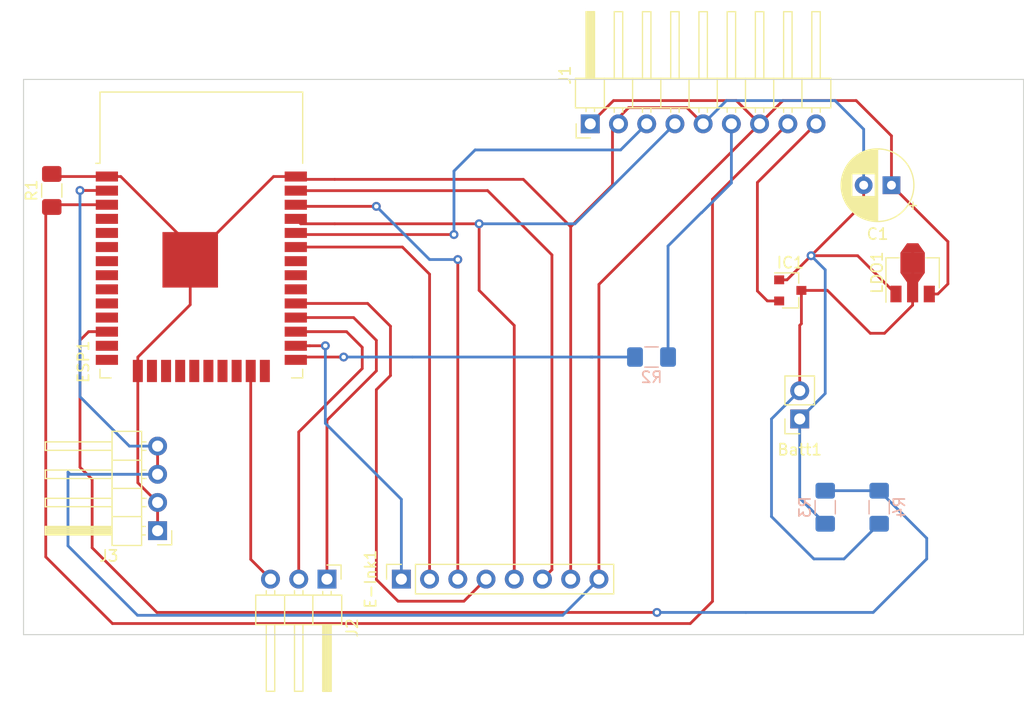
<source format=kicad_pcb>
(kicad_pcb (version 20171130) (host pcbnew "(5.1.8)-1")

  (general
    (thickness 1.6)
    (drawings 5)
    (tracks 191)
    (zones 0)
    (modules 13)
    (nets 19)
  )

  (page A4)
  (layers
    (0 F.Cu signal)
    (31 B.Cu signal)
    (32 B.Adhes user)
    (33 F.Adhes user)
    (34 B.Paste user)
    (35 F.Paste user)
    (36 B.SilkS user)
    (37 F.SilkS user)
    (38 B.Mask user)
    (39 F.Mask user)
    (40 Dwgs.User user)
    (41 Cmts.User user)
    (42 Eco1.User user)
    (43 Eco2.User user)
    (44 Edge.Cuts user)
    (45 Margin user)
    (46 B.CrtYd user)
    (47 F.CrtYd user)
    (48 B.Fab user)
    (49 F.Fab user)
  )

  (setup
    (last_trace_width 0.25)
    (trace_clearance 0.2)
    (zone_clearance 0.508)
    (zone_45_only no)
    (trace_min 0.2)
    (via_size 0.8)
    (via_drill 0.4)
    (via_min_size 0.4)
    (via_min_drill 0.3)
    (uvia_size 0.3)
    (uvia_drill 0.1)
    (uvias_allowed no)
    (uvia_min_size 0.2)
    (uvia_min_drill 0.1)
    (edge_width 0.05)
    (segment_width 0.2)
    (pcb_text_width 0.3)
    (pcb_text_size 1.5 1.5)
    (mod_edge_width 0.12)
    (mod_text_size 1 1)
    (mod_text_width 0.15)
    (pad_size 3.5 3.5)
    (pad_drill 2)
    (pad_to_mask_clearance 0)
    (aux_axis_origin 0 0)
    (visible_elements 7FFFFFFF)
    (pcbplotparams
      (layerselection 0x010fc_ffffffff)
      (usegerberextensions true)
      (usegerberattributes false)
      (usegerberadvancedattributes false)
      (creategerberjobfile false)
      (excludeedgelayer true)
      (linewidth 0.100000)
      (plotframeref false)
      (viasonmask false)
      (mode 1)
      (useauxorigin false)
      (hpglpennumber 1)
      (hpglpenspeed 20)
      (hpglpendiameter 15.000000)
      (psnegative false)
      (psa4output false)
      (plotreference true)
      (plotvalue false)
      (plotinvisibletext false)
      (padsonsilk false)
      (subtractmaskfromsilk true)
      (outputformat 1)
      (mirror false)
      (drillshape 0)
      (scaleselection 1)
      (outputdirectory "out/"))
  )

  (net 0 "")
  (net 1 "Net-(C1-Pad1)")
  (net 2 "Net-(E-Ink1-Pad1)")
  (net 3 "Net-(E-Ink1-Pad2)")
  (net 4 "Net-(E-Ink1-Pad3)")
  (net 5 "Net-(E-Ink1-Pad4)")
  (net 6 "Net-(E-Ink1-Pad5)")
  (net 7 "Net-(E-Ink1-Pad6)")
  (net 8 "Net-(ESP1-Pad3)")
  (net 9 "Net-(ESP1-Pad12)")
  (net 10 "Net-(ESP1-Pad23)")
  (net 11 "Net-(ESP1-Pad25)")
  (net 12 "Net-(ESP1-Pad27)")
  (net 13 "Net-(ESP1-Pad28)")
  (net 14 "Net-(ESP1-Pad34)")
  (net 15 "Net-(IC1-Pad2)")
  (net 16 "Net-(J1-Pad6)")
  (net 17 "Net-(Batt1-Pad1)")
  (net 18 "Net-(Batt1-Pad2)")

  (net_class Default "This is the default net class."
    (clearance 0.2)
    (trace_width 0.25)
    (via_dia 0.8)
    (via_drill 0.4)
    (uvia_dia 0.3)
    (uvia_drill 0.1)
    (add_net "Net-(Batt1-Pad1)")
    (add_net "Net-(Batt1-Pad2)")
    (add_net "Net-(C1-Pad1)")
    (add_net "Net-(E-Ink1-Pad1)")
    (add_net "Net-(E-Ink1-Pad2)")
    (add_net "Net-(E-Ink1-Pad3)")
    (add_net "Net-(E-Ink1-Pad4)")
    (add_net "Net-(E-Ink1-Pad5)")
    (add_net "Net-(E-Ink1-Pad6)")
    (add_net "Net-(ESP1-Pad12)")
    (add_net "Net-(ESP1-Pad23)")
    (add_net "Net-(ESP1-Pad25)")
    (add_net "Net-(ESP1-Pad27)")
    (add_net "Net-(ESP1-Pad28)")
    (add_net "Net-(ESP1-Pad3)")
    (add_net "Net-(ESP1-Pad34)")
    (add_net "Net-(IC1-Pad2)")
    (add_net "Net-(J1-Pad6)")
  )

  (module RF_Module:ESP32-WROOM-32 (layer F.Cu) (tedit 5B5B4654) (tstamp 619C3B87)
    (at 16 17)
    (descr "Single 2.4 GHz Wi-Fi and Bluetooth combo chip https://www.espressif.com/sites/default/files/documentation/esp32-wroom-32_datasheet_en.pdf")
    (tags "Single 2.4 GHz Wi-Fi and Bluetooth combo  chip")
    (path /6165AFCC)
    (attr smd)
    (fp_text reference ESP1 (at -10.61 8.43 90) (layer F.SilkS)
      (effects (font (size 1 1) (thickness 0.15)))
    )
    (fp_text value ESP32-WROOM-32 (at 0 11.5) (layer F.Fab)
      (effects (font (size 1 1) (thickness 0.15)))
    )
    (fp_line (start -9.12 -9.445) (end -9.5 -9.445) (layer F.SilkS) (width 0.12))
    (fp_line (start -9.12 -15.865) (end -9.12 -9.445) (layer F.SilkS) (width 0.12))
    (fp_line (start 9.12 -15.865) (end 9.12 -9.445) (layer F.SilkS) (width 0.12))
    (fp_line (start -9.12 -15.865) (end 9.12 -15.865) (layer F.SilkS) (width 0.12))
    (fp_line (start 9.12 9.88) (end 8.12 9.88) (layer F.SilkS) (width 0.12))
    (fp_line (start 9.12 9.1) (end 9.12 9.88) (layer F.SilkS) (width 0.12))
    (fp_line (start -9.12 9.88) (end -8.12 9.88) (layer F.SilkS) (width 0.12))
    (fp_line (start -9.12 9.1) (end -9.12 9.88) (layer F.SilkS) (width 0.12))
    (fp_line (start 8.4 -20.6) (end 8.2 -20.4) (layer Cmts.User) (width 0.1))
    (fp_line (start 8.4 -16) (end 8.4 -20.6) (layer Cmts.User) (width 0.1))
    (fp_line (start 8.4 -20.6) (end 8.6 -20.4) (layer Cmts.User) (width 0.1))
    (fp_line (start 8.4 -16) (end 8.6 -16.2) (layer Cmts.User) (width 0.1))
    (fp_line (start 8.4 -16) (end 8.2 -16.2) (layer Cmts.User) (width 0.1))
    (fp_line (start -9.2 -13.875) (end -9.4 -14.075) (layer Cmts.User) (width 0.1))
    (fp_line (start -13.8 -13.875) (end -9.2 -13.875) (layer Cmts.User) (width 0.1))
    (fp_line (start -9.2 -13.875) (end -9.4 -13.675) (layer Cmts.User) (width 0.1))
    (fp_line (start -13.8 -13.875) (end -13.6 -13.675) (layer Cmts.User) (width 0.1))
    (fp_line (start -13.8 -13.875) (end -13.6 -14.075) (layer Cmts.User) (width 0.1))
    (fp_line (start 9.2 -13.875) (end 9.4 -13.675) (layer Cmts.User) (width 0.1))
    (fp_line (start 9.2 -13.875) (end 9.4 -14.075) (layer Cmts.User) (width 0.1))
    (fp_line (start 13.8 -13.875) (end 13.6 -13.675) (layer Cmts.User) (width 0.1))
    (fp_line (start 13.8 -13.875) (end 13.6 -14.075) (layer Cmts.User) (width 0.1))
    (fp_line (start 9.2 -13.875) (end 13.8 -13.875) (layer Cmts.User) (width 0.1))
    (fp_line (start 14 -11.585) (end 12 -9.97) (layer Dwgs.User) (width 0.1))
    (fp_line (start 14 -13.2) (end 10 -9.97) (layer Dwgs.User) (width 0.1))
    (fp_line (start 14 -14.815) (end 8 -9.97) (layer Dwgs.User) (width 0.1))
    (fp_line (start 14 -16.43) (end 6 -9.97) (layer Dwgs.User) (width 0.1))
    (fp_line (start 14 -18.045) (end 4 -9.97) (layer Dwgs.User) (width 0.1))
    (fp_line (start 14 -19.66) (end 2 -9.97) (layer Dwgs.User) (width 0.1))
    (fp_line (start 13.475 -20.75) (end 0 -9.97) (layer Dwgs.User) (width 0.1))
    (fp_line (start 11.475 -20.75) (end -2 -9.97) (layer Dwgs.User) (width 0.1))
    (fp_line (start 9.475 -20.75) (end -4 -9.97) (layer Dwgs.User) (width 0.1))
    (fp_line (start 7.475 -20.75) (end -6 -9.97) (layer Dwgs.User) (width 0.1))
    (fp_line (start -8 -9.97) (end 5.475 -20.75) (layer Dwgs.User) (width 0.1))
    (fp_line (start 3.475 -20.75) (end -10 -9.97) (layer Dwgs.User) (width 0.1))
    (fp_line (start 1.475 -20.75) (end -12 -9.97) (layer Dwgs.User) (width 0.1))
    (fp_line (start -0.525 -20.75) (end -14 -9.97) (layer Dwgs.User) (width 0.1))
    (fp_line (start -2.525 -20.75) (end -14 -11.585) (layer Dwgs.User) (width 0.1))
    (fp_line (start -4.525 -20.75) (end -14 -13.2) (layer Dwgs.User) (width 0.1))
    (fp_line (start -6.525 -20.75) (end -14 -14.815) (layer Dwgs.User) (width 0.1))
    (fp_line (start -8.525 -20.75) (end -14 -16.43) (layer Dwgs.User) (width 0.1))
    (fp_line (start -10.525 -20.75) (end -14 -18.045) (layer Dwgs.User) (width 0.1))
    (fp_line (start -12.525 -20.75) (end -14 -19.66) (layer Dwgs.User) (width 0.1))
    (fp_line (start 9.75 -9.72) (end 14.25 -9.72) (layer F.CrtYd) (width 0.05))
    (fp_line (start -14.25 -9.72) (end -9.75 -9.72) (layer F.CrtYd) (width 0.05))
    (fp_line (start 14.25 -21) (end 14.25 -9.72) (layer F.CrtYd) (width 0.05))
    (fp_line (start -14.25 -21) (end -14.25 -9.72) (layer F.CrtYd) (width 0.05))
    (fp_line (start 14 -20.75) (end -14 -20.75) (layer Dwgs.User) (width 0.1))
    (fp_line (start 14 -9.97) (end 14 -20.75) (layer Dwgs.User) (width 0.1))
    (fp_line (start 14 -9.97) (end -14 -9.97) (layer Dwgs.User) (width 0.1))
    (fp_line (start -9 -9.02) (end -8.5 -9.52) (layer F.Fab) (width 0.1))
    (fp_line (start -8.5 -9.52) (end -9 -10.02) (layer F.Fab) (width 0.1))
    (fp_line (start -9 -9.02) (end -9 9.76) (layer F.Fab) (width 0.1))
    (fp_line (start -14.25 -21) (end 14.25 -21) (layer F.CrtYd) (width 0.05))
    (fp_line (start 9.75 -9.72) (end 9.75 10.5) (layer F.CrtYd) (width 0.05))
    (fp_line (start -9.75 10.5) (end 9.75 10.5) (layer F.CrtYd) (width 0.05))
    (fp_line (start -9.75 10.5) (end -9.75 -9.72) (layer F.CrtYd) (width 0.05))
    (fp_line (start -9 -15.745) (end 9 -15.745) (layer F.Fab) (width 0.1))
    (fp_line (start -9 -15.745) (end -9 -10.02) (layer F.Fab) (width 0.1))
    (fp_line (start -9 9.76) (end 9 9.76) (layer F.Fab) (width 0.1))
    (fp_line (start 9 9.76) (end 9 -15.745) (layer F.Fab) (width 0.1))
    (fp_line (start -14 -9.97) (end -14 -20.75) (layer Dwgs.User) (width 0.1))
    (fp_text user %R (at 0 0) (layer F.Fab)
      (effects (font (size 1 1) (thickness 0.15)))
    )
    (fp_text user "KEEP-OUT ZONE" (at 0 -19) (layer Cmts.User)
      (effects (font (size 1 1) (thickness 0.15)))
    )
    (fp_text user Antenna (at 0 -13) (layer Cmts.User)
      (effects (font (size 1 1) (thickness 0.15)))
    )
    (fp_text user "5 mm" (at 11.8 -14.375) (layer Cmts.User)
      (effects (font (size 0.5 0.5) (thickness 0.1)))
    )
    (fp_text user "5 mm" (at -11.2 -14.375) (layer Cmts.User)
      (effects (font (size 0.5 0.5) (thickness 0.1)))
    )
    (fp_text user "5 mm" (at 7.8 -19.075 90) (layer Cmts.User)
      (effects (font (size 0.5 0.5) (thickness 0.1)))
    )
    (pad 39 smd rect (at -1 -0.755) (size 5 5) (layers F.Cu F.Paste F.Mask)
      (net 17 "Net-(Batt1-Pad1)"))
    (pad 1 smd rect (at -8.5 -8.255) (size 2 0.9) (layers F.Cu F.Paste F.Mask)
      (net 17 "Net-(Batt1-Pad1)"))
    (pad 2 smd rect (at -8.5 -6.985) (size 2 0.9) (layers F.Cu F.Paste F.Mask)
      (net 1 "Net-(C1-Pad1)"))
    (pad 3 smd rect (at -8.5 -5.715) (size 2 0.9) (layers F.Cu F.Paste F.Mask)
      (net 8 "Net-(ESP1-Pad3)"))
    (pad 4 smd rect (at -8.5 -4.445) (size 2 0.9) (layers F.Cu F.Paste F.Mask))
    (pad 5 smd rect (at -8.5 -3.175) (size 2 0.9) (layers F.Cu F.Paste F.Mask))
    (pad 6 smd rect (at -8.5 -1.905) (size 2 0.9) (layers F.Cu F.Paste F.Mask))
    (pad 7 smd rect (at -8.5 -0.635) (size 2 0.9) (layers F.Cu F.Paste F.Mask))
    (pad 8 smd rect (at -8.5 0.635) (size 2 0.9) (layers F.Cu F.Paste F.Mask))
    (pad 9 smd rect (at -8.5 1.905) (size 2 0.9) (layers F.Cu F.Paste F.Mask))
    (pad 10 smd rect (at -8.5 3.175) (size 2 0.9) (layers F.Cu F.Paste F.Mask))
    (pad 11 smd rect (at -8.5 4.445) (size 2 0.9) (layers F.Cu F.Paste F.Mask))
    (pad 12 smd rect (at -8.5 5.715) (size 2 0.9) (layers F.Cu F.Paste F.Mask)
      (net 9 "Net-(ESP1-Pad12)"))
    (pad 13 smd rect (at -8.5 6.985) (size 2 0.9) (layers F.Cu F.Paste F.Mask))
    (pad 14 smd rect (at -8.5 8.255) (size 2 0.9) (layers F.Cu F.Paste F.Mask))
    (pad 15 smd rect (at -5.715 9.255 90) (size 2 0.9) (layers F.Cu F.Paste F.Mask)
      (net 17 "Net-(Batt1-Pad1)"))
    (pad 16 smd rect (at -4.445 9.255 90) (size 2 0.9) (layers F.Cu F.Paste F.Mask))
    (pad 17 smd rect (at -3.175 9.255 90) (size 2 0.9) (layers F.Cu F.Paste F.Mask))
    (pad 18 smd rect (at -1.905 9.255 90) (size 2 0.9) (layers F.Cu F.Paste F.Mask))
    (pad 19 smd rect (at -0.635 9.255 90) (size 2 0.9) (layers F.Cu F.Paste F.Mask))
    (pad 20 smd rect (at 0.635 9.255 90) (size 2 0.9) (layers F.Cu F.Paste F.Mask))
    (pad 21 smd rect (at 1.905 9.255 90) (size 2 0.9) (layers F.Cu F.Paste F.Mask))
    (pad 22 smd rect (at 3.175 9.255 90) (size 2 0.9) (layers F.Cu F.Paste F.Mask))
    (pad 23 smd rect (at 4.445 9.255 90) (size 2 0.9) (layers F.Cu F.Paste F.Mask)
      (net 10 "Net-(ESP1-Pad23)"))
    (pad 24 smd rect (at 5.715 9.255 90) (size 2 0.9) (layers F.Cu F.Paste F.Mask))
    (pad 25 smd rect (at 8.5 8.255) (size 2 0.9) (layers F.Cu F.Paste F.Mask)
      (net 11 "Net-(ESP1-Pad25)"))
    (pad 26 smd rect (at 8.5 6.985) (size 2 0.9) (layers F.Cu F.Paste F.Mask)
      (net 2 "Net-(E-Ink1-Pad1)"))
    (pad 27 smd rect (at 8.5 5.715) (size 2 0.9) (layers F.Cu F.Paste F.Mask)
      (net 12 "Net-(ESP1-Pad27)"))
    (pad 28 smd rect (at 8.5 4.445) (size 2 0.9) (layers F.Cu F.Paste F.Mask)
      (net 13 "Net-(ESP1-Pad28)"))
    (pad 29 smd rect (at 8.5 3.175) (size 2 0.9) (layers F.Cu F.Paste F.Mask)
      (net 5 "Net-(E-Ink1-Pad4)"))
    (pad 30 smd rect (at 8.5 1.905) (size 2 0.9) (layers F.Cu F.Paste F.Mask))
    (pad 31 smd rect (at 8.5 0.635) (size 2 0.9) (layers F.Cu F.Paste F.Mask))
    (pad 32 smd rect (at 8.5 -0.635) (size 2 0.9) (layers F.Cu F.Paste F.Mask))
    (pad 33 smd rect (at 8.5 -1.905) (size 2 0.9) (layers F.Cu F.Paste F.Mask)
      (net 3 "Net-(E-Ink1-Pad2)"))
    (pad 34 smd rect (at 8.5 -3.175) (size 2 0.9) (layers F.Cu F.Paste F.Mask)
      (net 14 "Net-(ESP1-Pad34)"))
    (pad 35 smd rect (at 8.5 -4.445) (size 2 0.9) (layers F.Cu F.Paste F.Mask)
      (net 6 "Net-(E-Ink1-Pad5)"))
    (pad 36 smd rect (at 8.5 -5.715) (size 2 0.9) (layers F.Cu F.Paste F.Mask)
      (net 4 "Net-(E-Ink1-Pad3)"))
    (pad 37 smd rect (at 8.5 -6.985) (size 2 0.9) (layers F.Cu F.Paste F.Mask)
      (net 7 "Net-(E-Ink1-Pad6)"))
    (pad 38 smd rect (at 8.5 -8.255) (size 2 0.9) (layers F.Cu F.Paste F.Mask)
      (net 17 "Net-(Batt1-Pad1)"))
    (model ${KISYS3DMOD}/RF_Module.3dshapes/ESP32-WROOM-32.wrl
      (at (xyz 0 0 0))
      (scale (xyz 1 1 1))
      (rotate (xyz 0 0 0))
    )
  )

  (module Capacitor_THT:CP_Radial_D6.3mm_P2.50mm (layer F.Cu) (tedit 5AE50EF0) (tstamp 619C3AFC)
    (at 78.105 9.525 180)
    (descr "CP, Radial series, Radial, pin pitch=2.50mm, , diameter=6.3mm, Electrolytic Capacitor")
    (tags "CP Radial series Radial pin pitch 2.50mm  diameter 6.3mm Electrolytic Capacitor")
    (path /6192007B)
    (fp_text reference C1 (at 1.25 -4.4) (layer F.SilkS)
      (effects (font (size 1 1) (thickness 0.15)))
    )
    (fp_text value CP (at 1.25 4.4) (layer F.Fab)
      (effects (font (size 1 1) (thickness 0.15)))
    )
    (fp_line (start -1.935241 -2.154) (end -1.935241 -1.524) (layer F.SilkS) (width 0.12))
    (fp_line (start -2.250241 -1.839) (end -1.620241 -1.839) (layer F.SilkS) (width 0.12))
    (fp_line (start 4.491 -0.402) (end 4.491 0.402) (layer F.SilkS) (width 0.12))
    (fp_line (start 4.451 -0.633) (end 4.451 0.633) (layer F.SilkS) (width 0.12))
    (fp_line (start 4.411 -0.802) (end 4.411 0.802) (layer F.SilkS) (width 0.12))
    (fp_line (start 4.371 -0.94) (end 4.371 0.94) (layer F.SilkS) (width 0.12))
    (fp_line (start 4.331 -1.059) (end 4.331 1.059) (layer F.SilkS) (width 0.12))
    (fp_line (start 4.291 -1.165) (end 4.291 1.165) (layer F.SilkS) (width 0.12))
    (fp_line (start 4.251 -1.262) (end 4.251 1.262) (layer F.SilkS) (width 0.12))
    (fp_line (start 4.211 -1.35) (end 4.211 1.35) (layer F.SilkS) (width 0.12))
    (fp_line (start 4.171 -1.432) (end 4.171 1.432) (layer F.SilkS) (width 0.12))
    (fp_line (start 4.131 -1.509) (end 4.131 1.509) (layer F.SilkS) (width 0.12))
    (fp_line (start 4.091 -1.581) (end 4.091 1.581) (layer F.SilkS) (width 0.12))
    (fp_line (start 4.051 -1.65) (end 4.051 1.65) (layer F.SilkS) (width 0.12))
    (fp_line (start 4.011 -1.714) (end 4.011 1.714) (layer F.SilkS) (width 0.12))
    (fp_line (start 3.971 -1.776) (end 3.971 1.776) (layer F.SilkS) (width 0.12))
    (fp_line (start 3.931 -1.834) (end 3.931 1.834) (layer F.SilkS) (width 0.12))
    (fp_line (start 3.891 -1.89) (end 3.891 1.89) (layer F.SilkS) (width 0.12))
    (fp_line (start 3.851 -1.944) (end 3.851 1.944) (layer F.SilkS) (width 0.12))
    (fp_line (start 3.811 -1.995) (end 3.811 1.995) (layer F.SilkS) (width 0.12))
    (fp_line (start 3.771 -2.044) (end 3.771 2.044) (layer F.SilkS) (width 0.12))
    (fp_line (start 3.731 -2.092) (end 3.731 2.092) (layer F.SilkS) (width 0.12))
    (fp_line (start 3.691 -2.137) (end 3.691 2.137) (layer F.SilkS) (width 0.12))
    (fp_line (start 3.651 -2.182) (end 3.651 2.182) (layer F.SilkS) (width 0.12))
    (fp_line (start 3.611 -2.224) (end 3.611 2.224) (layer F.SilkS) (width 0.12))
    (fp_line (start 3.571 -2.265) (end 3.571 2.265) (layer F.SilkS) (width 0.12))
    (fp_line (start 3.531 1.04) (end 3.531 2.305) (layer F.SilkS) (width 0.12))
    (fp_line (start 3.531 -2.305) (end 3.531 -1.04) (layer F.SilkS) (width 0.12))
    (fp_line (start 3.491 1.04) (end 3.491 2.343) (layer F.SilkS) (width 0.12))
    (fp_line (start 3.491 -2.343) (end 3.491 -1.04) (layer F.SilkS) (width 0.12))
    (fp_line (start 3.451 1.04) (end 3.451 2.38) (layer F.SilkS) (width 0.12))
    (fp_line (start 3.451 -2.38) (end 3.451 -1.04) (layer F.SilkS) (width 0.12))
    (fp_line (start 3.411 1.04) (end 3.411 2.416) (layer F.SilkS) (width 0.12))
    (fp_line (start 3.411 -2.416) (end 3.411 -1.04) (layer F.SilkS) (width 0.12))
    (fp_line (start 3.371 1.04) (end 3.371 2.45) (layer F.SilkS) (width 0.12))
    (fp_line (start 3.371 -2.45) (end 3.371 -1.04) (layer F.SilkS) (width 0.12))
    (fp_line (start 3.331 1.04) (end 3.331 2.484) (layer F.SilkS) (width 0.12))
    (fp_line (start 3.331 -2.484) (end 3.331 -1.04) (layer F.SilkS) (width 0.12))
    (fp_line (start 3.291 1.04) (end 3.291 2.516) (layer F.SilkS) (width 0.12))
    (fp_line (start 3.291 -2.516) (end 3.291 -1.04) (layer F.SilkS) (width 0.12))
    (fp_line (start 3.251 1.04) (end 3.251 2.548) (layer F.SilkS) (width 0.12))
    (fp_line (start 3.251 -2.548) (end 3.251 -1.04) (layer F.SilkS) (width 0.12))
    (fp_line (start 3.211 1.04) (end 3.211 2.578) (layer F.SilkS) (width 0.12))
    (fp_line (start 3.211 -2.578) (end 3.211 -1.04) (layer F.SilkS) (width 0.12))
    (fp_line (start 3.171 1.04) (end 3.171 2.607) (layer F.SilkS) (width 0.12))
    (fp_line (start 3.171 -2.607) (end 3.171 -1.04) (layer F.SilkS) (width 0.12))
    (fp_line (start 3.131 1.04) (end 3.131 2.636) (layer F.SilkS) (width 0.12))
    (fp_line (start 3.131 -2.636) (end 3.131 -1.04) (layer F.SilkS) (width 0.12))
    (fp_line (start 3.091 1.04) (end 3.091 2.664) (layer F.SilkS) (width 0.12))
    (fp_line (start 3.091 -2.664) (end 3.091 -1.04) (layer F.SilkS) (width 0.12))
    (fp_line (start 3.051 1.04) (end 3.051 2.69) (layer F.SilkS) (width 0.12))
    (fp_line (start 3.051 -2.69) (end 3.051 -1.04) (layer F.SilkS) (width 0.12))
    (fp_line (start 3.011 1.04) (end 3.011 2.716) (layer F.SilkS) (width 0.12))
    (fp_line (start 3.011 -2.716) (end 3.011 -1.04) (layer F.SilkS) (width 0.12))
    (fp_line (start 2.971 1.04) (end 2.971 2.742) (layer F.SilkS) (width 0.12))
    (fp_line (start 2.971 -2.742) (end 2.971 -1.04) (layer F.SilkS) (width 0.12))
    (fp_line (start 2.931 1.04) (end 2.931 2.766) (layer F.SilkS) (width 0.12))
    (fp_line (start 2.931 -2.766) (end 2.931 -1.04) (layer F.SilkS) (width 0.12))
    (fp_line (start 2.891 1.04) (end 2.891 2.79) (layer F.SilkS) (width 0.12))
    (fp_line (start 2.891 -2.79) (end 2.891 -1.04) (layer F.SilkS) (width 0.12))
    (fp_line (start 2.851 1.04) (end 2.851 2.812) (layer F.SilkS) (width 0.12))
    (fp_line (start 2.851 -2.812) (end 2.851 -1.04) (layer F.SilkS) (width 0.12))
    (fp_line (start 2.811 1.04) (end 2.811 2.834) (layer F.SilkS) (width 0.12))
    (fp_line (start 2.811 -2.834) (end 2.811 -1.04) (layer F.SilkS) (width 0.12))
    (fp_line (start 2.771 1.04) (end 2.771 2.856) (layer F.SilkS) (width 0.12))
    (fp_line (start 2.771 -2.856) (end 2.771 -1.04) (layer F.SilkS) (width 0.12))
    (fp_line (start 2.731 1.04) (end 2.731 2.876) (layer F.SilkS) (width 0.12))
    (fp_line (start 2.731 -2.876) (end 2.731 -1.04) (layer F.SilkS) (width 0.12))
    (fp_line (start 2.691 1.04) (end 2.691 2.896) (layer F.SilkS) (width 0.12))
    (fp_line (start 2.691 -2.896) (end 2.691 -1.04) (layer F.SilkS) (width 0.12))
    (fp_line (start 2.651 1.04) (end 2.651 2.916) (layer F.SilkS) (width 0.12))
    (fp_line (start 2.651 -2.916) (end 2.651 -1.04) (layer F.SilkS) (width 0.12))
    (fp_line (start 2.611 1.04) (end 2.611 2.934) (layer F.SilkS) (width 0.12))
    (fp_line (start 2.611 -2.934) (end 2.611 -1.04) (layer F.SilkS) (width 0.12))
    (fp_line (start 2.571 1.04) (end 2.571 2.952) (layer F.SilkS) (width 0.12))
    (fp_line (start 2.571 -2.952) (end 2.571 -1.04) (layer F.SilkS) (width 0.12))
    (fp_line (start 2.531 1.04) (end 2.531 2.97) (layer F.SilkS) (width 0.12))
    (fp_line (start 2.531 -2.97) (end 2.531 -1.04) (layer F.SilkS) (width 0.12))
    (fp_line (start 2.491 1.04) (end 2.491 2.986) (layer F.SilkS) (width 0.12))
    (fp_line (start 2.491 -2.986) (end 2.491 -1.04) (layer F.SilkS) (width 0.12))
    (fp_line (start 2.451 1.04) (end 2.451 3.002) (layer F.SilkS) (width 0.12))
    (fp_line (start 2.451 -3.002) (end 2.451 -1.04) (layer F.SilkS) (width 0.12))
    (fp_line (start 2.411 1.04) (end 2.411 3.018) (layer F.SilkS) (width 0.12))
    (fp_line (start 2.411 -3.018) (end 2.411 -1.04) (layer F.SilkS) (width 0.12))
    (fp_line (start 2.371 1.04) (end 2.371 3.033) (layer F.SilkS) (width 0.12))
    (fp_line (start 2.371 -3.033) (end 2.371 -1.04) (layer F.SilkS) (width 0.12))
    (fp_line (start 2.331 1.04) (end 2.331 3.047) (layer F.SilkS) (width 0.12))
    (fp_line (start 2.331 -3.047) (end 2.331 -1.04) (layer F.SilkS) (width 0.12))
    (fp_line (start 2.291 1.04) (end 2.291 3.061) (layer F.SilkS) (width 0.12))
    (fp_line (start 2.291 -3.061) (end 2.291 -1.04) (layer F.SilkS) (width 0.12))
    (fp_line (start 2.251 1.04) (end 2.251 3.074) (layer F.SilkS) (width 0.12))
    (fp_line (start 2.251 -3.074) (end 2.251 -1.04) (layer F.SilkS) (width 0.12))
    (fp_line (start 2.211 1.04) (end 2.211 3.086) (layer F.SilkS) (width 0.12))
    (fp_line (start 2.211 -3.086) (end 2.211 -1.04) (layer F.SilkS) (width 0.12))
    (fp_line (start 2.171 1.04) (end 2.171 3.098) (layer F.SilkS) (width 0.12))
    (fp_line (start 2.171 -3.098) (end 2.171 -1.04) (layer F.SilkS) (width 0.12))
    (fp_line (start 2.131 1.04) (end 2.131 3.11) (layer F.SilkS) (width 0.12))
    (fp_line (start 2.131 -3.11) (end 2.131 -1.04) (layer F.SilkS) (width 0.12))
    (fp_line (start 2.091 1.04) (end 2.091 3.121) (layer F.SilkS) (width 0.12))
    (fp_line (start 2.091 -3.121) (end 2.091 -1.04) (layer F.SilkS) (width 0.12))
    (fp_line (start 2.051 1.04) (end 2.051 3.131) (layer F.SilkS) (width 0.12))
    (fp_line (start 2.051 -3.131) (end 2.051 -1.04) (layer F.SilkS) (width 0.12))
    (fp_line (start 2.011 1.04) (end 2.011 3.141) (layer F.SilkS) (width 0.12))
    (fp_line (start 2.011 -3.141) (end 2.011 -1.04) (layer F.SilkS) (width 0.12))
    (fp_line (start 1.971 1.04) (end 1.971 3.15) (layer F.SilkS) (width 0.12))
    (fp_line (start 1.971 -3.15) (end 1.971 -1.04) (layer F.SilkS) (width 0.12))
    (fp_line (start 1.93 1.04) (end 1.93 3.159) (layer F.SilkS) (width 0.12))
    (fp_line (start 1.93 -3.159) (end 1.93 -1.04) (layer F.SilkS) (width 0.12))
    (fp_line (start 1.89 1.04) (end 1.89 3.167) (layer F.SilkS) (width 0.12))
    (fp_line (start 1.89 -3.167) (end 1.89 -1.04) (layer F.SilkS) (width 0.12))
    (fp_line (start 1.85 1.04) (end 1.85 3.175) (layer F.SilkS) (width 0.12))
    (fp_line (start 1.85 -3.175) (end 1.85 -1.04) (layer F.SilkS) (width 0.12))
    (fp_line (start 1.81 1.04) (end 1.81 3.182) (layer F.SilkS) (width 0.12))
    (fp_line (start 1.81 -3.182) (end 1.81 -1.04) (layer F.SilkS) (width 0.12))
    (fp_line (start 1.77 1.04) (end 1.77 3.189) (layer F.SilkS) (width 0.12))
    (fp_line (start 1.77 -3.189) (end 1.77 -1.04) (layer F.SilkS) (width 0.12))
    (fp_line (start 1.73 1.04) (end 1.73 3.195) (layer F.SilkS) (width 0.12))
    (fp_line (start 1.73 -3.195) (end 1.73 -1.04) (layer F.SilkS) (width 0.12))
    (fp_line (start 1.69 1.04) (end 1.69 3.201) (layer F.SilkS) (width 0.12))
    (fp_line (start 1.69 -3.201) (end 1.69 -1.04) (layer F.SilkS) (width 0.12))
    (fp_line (start 1.65 1.04) (end 1.65 3.206) (layer F.SilkS) (width 0.12))
    (fp_line (start 1.65 -3.206) (end 1.65 -1.04) (layer F.SilkS) (width 0.12))
    (fp_line (start 1.61 1.04) (end 1.61 3.211) (layer F.SilkS) (width 0.12))
    (fp_line (start 1.61 -3.211) (end 1.61 -1.04) (layer F.SilkS) (width 0.12))
    (fp_line (start 1.57 1.04) (end 1.57 3.215) (layer F.SilkS) (width 0.12))
    (fp_line (start 1.57 -3.215) (end 1.57 -1.04) (layer F.SilkS) (width 0.12))
    (fp_line (start 1.53 1.04) (end 1.53 3.218) (layer F.SilkS) (width 0.12))
    (fp_line (start 1.53 -3.218) (end 1.53 -1.04) (layer F.SilkS) (width 0.12))
    (fp_line (start 1.49 1.04) (end 1.49 3.222) (layer F.SilkS) (width 0.12))
    (fp_line (start 1.49 -3.222) (end 1.49 -1.04) (layer F.SilkS) (width 0.12))
    (fp_line (start 1.45 -3.224) (end 1.45 3.224) (layer F.SilkS) (width 0.12))
    (fp_line (start 1.41 -3.227) (end 1.41 3.227) (layer F.SilkS) (width 0.12))
    (fp_line (start 1.37 -3.228) (end 1.37 3.228) (layer F.SilkS) (width 0.12))
    (fp_line (start 1.33 -3.23) (end 1.33 3.23) (layer F.SilkS) (width 0.12))
    (fp_line (start 1.29 -3.23) (end 1.29 3.23) (layer F.SilkS) (width 0.12))
    (fp_line (start 1.25 -3.23) (end 1.25 3.23) (layer F.SilkS) (width 0.12))
    (fp_line (start -1.128972 -1.6885) (end -1.128972 -1.0585) (layer F.Fab) (width 0.1))
    (fp_line (start -1.443972 -1.3735) (end -0.813972 -1.3735) (layer F.Fab) (width 0.1))
    (fp_circle (center 1.25 0) (end 4.65 0) (layer F.CrtYd) (width 0.05))
    (fp_circle (center 1.25 0) (end 4.52 0) (layer F.SilkS) (width 0.12))
    (fp_circle (center 1.25 0) (end 4.4 0) (layer F.Fab) (width 0.1))
    (fp_text user %R (at 1.27 1.27 180) (layer F.Fab)
      (effects (font (size 1 1) (thickness 0.15)))
    )
    (pad 1 thru_hole rect (at 0 0 180) (size 1.6 1.6) (drill 0.8) (layers *.Cu *.Mask)
      (net 1 "Net-(C1-Pad1)"))
    (pad 2 thru_hole circle (at 2.5 0 180) (size 1.6 1.6) (drill 0.8) (layers *.Cu *.Mask)
      (net 17 "Net-(Batt1-Pad1)"))
    (model ${KISYS3DMOD}/Capacitor_THT.3dshapes/CP_Radial_D6.3mm_P2.50mm.wrl
      (at (xyz 0 0 0))
      (scale (xyz 1 1 1))
      (rotate (xyz 0 0 0))
    )
  )

  (module Connector_PinSocket_2.54mm:PinSocket_1x08_P2.54mm_Vertical (layer F.Cu) (tedit 5A19A420) (tstamp 619C3B18)
    (at 34 45 90)
    (descr "Through hole straight socket strip, 1x08, 2.54mm pitch, single row (from Kicad 4.0.7), script generated")
    (tags "Through hole socket strip THT 1x08 2.54mm single row")
    (path /6165F234)
    (fp_text reference E-Ink1 (at 0 -2.77 90) (layer F.SilkS)
      (effects (font (size 1 1) (thickness 0.15)))
    )
    (fp_text value Conn_01x08_Female (at 0 20.55 90) (layer F.Fab)
      (effects (font (size 1 1) (thickness 0.15)))
    )
    (fp_line (start -1.8 19.55) (end -1.8 -1.8) (layer F.CrtYd) (width 0.05))
    (fp_line (start 1.75 19.55) (end -1.8 19.55) (layer F.CrtYd) (width 0.05))
    (fp_line (start 1.75 -1.8) (end 1.75 19.55) (layer F.CrtYd) (width 0.05))
    (fp_line (start -1.8 -1.8) (end 1.75 -1.8) (layer F.CrtYd) (width 0.05))
    (fp_line (start 0 -1.33) (end 1.33 -1.33) (layer F.SilkS) (width 0.12))
    (fp_line (start 1.33 -1.33) (end 1.33 0) (layer F.SilkS) (width 0.12))
    (fp_line (start 1.33 1.27) (end 1.33 19.11) (layer F.SilkS) (width 0.12))
    (fp_line (start -1.33 19.11) (end 1.33 19.11) (layer F.SilkS) (width 0.12))
    (fp_line (start -1.33 1.27) (end -1.33 19.11) (layer F.SilkS) (width 0.12))
    (fp_line (start -1.33 1.27) (end 1.33 1.27) (layer F.SilkS) (width 0.12))
    (fp_line (start -1.27 19.05) (end -1.27 -1.27) (layer F.Fab) (width 0.1))
    (fp_line (start 1.27 19.05) (end -1.27 19.05) (layer F.Fab) (width 0.1))
    (fp_line (start 1.27 -0.635) (end 1.27 19.05) (layer F.Fab) (width 0.1))
    (fp_line (start 0.635 -1.27) (end 1.27 -0.635) (layer F.Fab) (width 0.1))
    (fp_line (start -1.27 -1.27) (end 0.635 -1.27) (layer F.Fab) (width 0.1))
    (fp_text user %R (at 0 8.89 90) (layer F.Fab)
      (effects (font (size 1 1) (thickness 0.15)))
    )
    (pad 1 thru_hole rect (at 0 0 90) (size 1.7 1.7) (drill 1) (layers *.Cu *.Mask)
      (net 2 "Net-(E-Ink1-Pad1)"))
    (pad 2 thru_hole oval (at 0 2.54 90) (size 1.7 1.7) (drill 1) (layers *.Cu *.Mask)
      (net 3 "Net-(E-Ink1-Pad2)"))
    (pad 3 thru_hole oval (at 0 5.08 90) (size 1.7 1.7) (drill 1) (layers *.Cu *.Mask)
      (net 4 "Net-(E-Ink1-Pad3)"))
    (pad 4 thru_hole oval (at 0 7.62 90) (size 1.7 1.7) (drill 1) (layers *.Cu *.Mask)
      (net 5 "Net-(E-Ink1-Pad4)"))
    (pad 5 thru_hole oval (at 0 10.16 90) (size 1.7 1.7) (drill 1) (layers *.Cu *.Mask)
      (net 6 "Net-(E-Ink1-Pad5)"))
    (pad 6 thru_hole oval (at 0 12.7 90) (size 1.7 1.7) (drill 1) (layers *.Cu *.Mask)
      (net 7 "Net-(E-Ink1-Pad6)"))
    (pad 7 thru_hole oval (at 0 15.24 90) (size 1.7 1.7) (drill 1) (layers *.Cu *.Mask)
      (net 17 "Net-(Batt1-Pad1)"))
    (pad 8 thru_hole oval (at 0 17.78 90) (size 1.7 1.7) (drill 1) (layers *.Cu *.Mask)
      (net 1 "Net-(C1-Pad1)"))
    (model ${KISYS3DMOD}/Connector_PinSocket_2.54mm.3dshapes/PinSocket_1x08_P2.54mm_Vertical.wrl
      (at (xyz 0 0 0))
      (scale (xyz 1 1 1))
      (rotate (xyz 0 0 0))
    )
  )

  (module Package_TO_SOT_SMD:SOT-23 (layer F.Cu) (tedit 5A02FF57) (tstamp 619C3B9C)
    (at 69 19)
    (descr "SOT-23, Standard")
    (tags SOT-23)
    (path /618969CE)
    (attr smd)
    (fp_text reference IC1 (at 0 -2.5) (layer F.SilkS)
      (effects (font (size 1 1) (thickness 0.15)))
    )
    (fp_text value SGM809-TXN3L (at 0 2.5) (layer F.Fab)
      (effects (font (size 1 1) (thickness 0.15)))
    )
    (fp_line (start 0.76 1.58) (end -0.7 1.58) (layer F.SilkS) (width 0.12))
    (fp_line (start 0.76 -1.58) (end -1.4 -1.58) (layer F.SilkS) (width 0.12))
    (fp_line (start -1.7 1.75) (end -1.7 -1.75) (layer F.CrtYd) (width 0.05))
    (fp_line (start 1.7 1.75) (end -1.7 1.75) (layer F.CrtYd) (width 0.05))
    (fp_line (start 1.7 -1.75) (end 1.7 1.75) (layer F.CrtYd) (width 0.05))
    (fp_line (start -1.7 -1.75) (end 1.7 -1.75) (layer F.CrtYd) (width 0.05))
    (fp_line (start 0.76 -1.58) (end 0.76 -0.65) (layer F.SilkS) (width 0.12))
    (fp_line (start 0.76 1.58) (end 0.76 0.65) (layer F.SilkS) (width 0.12))
    (fp_line (start -0.7 1.52) (end 0.7 1.52) (layer F.Fab) (width 0.1))
    (fp_line (start 0.7 -1.52) (end 0.7 1.52) (layer F.Fab) (width 0.1))
    (fp_line (start -0.7 -0.95) (end -0.15 -1.52) (layer F.Fab) (width 0.1))
    (fp_line (start -0.15 -1.52) (end 0.7 -1.52) (layer F.Fab) (width 0.1))
    (fp_line (start -0.7 -0.95) (end -0.7 1.5) (layer F.Fab) (width 0.1))
    (fp_text user %R (at 2.27 -2.54 90) (layer F.Fab)
      (effects (font (size 0.5 0.5) (thickness 0.075)))
    )
    (pad 1 smd rect (at -1 -0.95) (size 0.9 0.8) (layers F.Cu F.Paste F.Mask)
      (net 17 "Net-(Batt1-Pad1)"))
    (pad 2 smd rect (at -1 0.95) (size 0.9 0.8) (layers F.Cu F.Paste F.Mask)
      (net 15 "Net-(IC1-Pad2)"))
    (pad 3 smd rect (at 1 0) (size 0.9 0.8) (layers F.Cu F.Paste F.Mask)
      (net 18 "Net-(Batt1-Pad2)"))
    (model ${KISYS3DMOD}/Package_TO_SOT_SMD.3dshapes/SOT-23.wrl
      (at (xyz 0 0 0))
      (scale (xyz 1 1 1))
      (rotate (xyz 0 0 0))
    )
  )

  (module Package_TO_SOT_SMD:SOT-89-3 (layer F.Cu) (tedit 5A02FF57) (tstamp 619C3BD1)
    (at 80.01 17.8435 90)
    (descr SOT-89-3)
    (tags SOT-89-3)
    (path /6165BA5F)
    (attr smd)
    (fp_text reference LDO1 (at 0.45 -3.2 90) (layer F.SilkS)
      (effects (font (size 1 1) (thickness 0.15)))
    )
    (fp_text value MCP1700-3002E_SOT89 (at 0.45 3.25 90) (layer F.Fab)
      (effects (font (size 1 1) (thickness 0.15)))
    )
    (fp_line (start -2.48 2.55) (end -2.48 -2.55) (layer F.CrtYd) (width 0.05))
    (fp_line (start -2.48 2.55) (end 3.23 2.55) (layer F.CrtYd) (width 0.05))
    (fp_line (start 3.23 -2.55) (end -2.48 -2.55) (layer F.CrtYd) (width 0.05))
    (fp_line (start 3.23 -2.55) (end 3.23 2.55) (layer F.CrtYd) (width 0.05))
    (fp_line (start -0.13 -2.3) (end 1.68 -2.3) (layer F.Fab) (width 0.1))
    (fp_line (start -0.92 2.3) (end -0.92 -1.51) (layer F.Fab) (width 0.1))
    (fp_line (start 1.68 2.3) (end -0.92 2.3) (layer F.Fab) (width 0.1))
    (fp_line (start 1.68 -2.3) (end 1.68 2.3) (layer F.Fab) (width 0.1))
    (fp_line (start -0.92 -1.51) (end -0.13 -2.3) (layer F.Fab) (width 0.1))
    (fp_line (start 1.78 -2.4) (end 1.78 -1.2) (layer F.SilkS) (width 0.12))
    (fp_line (start -2.22 -2.4) (end 1.78 -2.4) (layer F.SilkS) (width 0.12))
    (fp_line (start 1.78 2.4) (end -0.92 2.4) (layer F.SilkS) (width 0.12))
    (fp_line (start 1.78 1.2) (end 1.78 2.4) (layer F.SilkS) (width 0.12))
    (fp_text user %R (at 0.38 0) (layer F.Fab)
      (effects (font (size 0.6 0.6) (thickness 0.09)))
    )
    (pad 2 smd trapezoid (at 2.667 0) (size 1.6 0.85) (rect_delta 0 0.6 ) (layers F.Cu F.Paste F.Mask)
      (net 18 "Net-(Batt1-Pad2)"))
    (pad 1 smd rect (at -1.48 -1.5) (size 1 1.5) (layers F.Cu F.Paste F.Mask)
      (net 17 "Net-(Batt1-Pad1)"))
    (pad 2 smd rect (at -1.3335 0) (size 1 1.8) (layers F.Cu F.Paste F.Mask)
      (net 18 "Net-(Batt1-Pad2)"))
    (pad 3 smd rect (at -1.48 1.5) (size 1 1.5) (layers F.Cu F.Paste F.Mask)
      (net 1 "Net-(C1-Pad1)"))
    (pad 2 smd rect (at 1.3335 0) (size 2.2 1.84) (layers F.Cu F.Paste F.Mask)
      (net 18 "Net-(Batt1-Pad2)"))
    (pad 2 smd trapezoid (at -0.0762 0 180) (size 1.5 1) (rect_delta 0 0.7 ) (layers F.Cu F.Paste F.Mask)
      (net 18 "Net-(Batt1-Pad2)"))
    (model ${KISYS3DMOD}/Package_TO_SOT_SMD.3dshapes/SOT-89-3.wrl
      (at (xyz 0 0 0))
      (scale (xyz 1 1 1))
      (rotate (xyz 0 0 0))
    )
  )

  (module Resistor_SMD:R_1206_3216Metric_Pad1.42x1.75mm_HandSolder (layer F.Cu) (tedit 5B301BBD) (tstamp 619C3BE2)
    (at 2.54 10 90)
    (descr "Resistor SMD 1206 (3216 Metric), square (rectangular) end terminal, IPC_7351 nominal with elongated pad for handsoldering. (Body size source: http://www.tortai-tech.com/upload/download/2011102023233369053.pdf), generated with kicad-footprint-generator")
    (tags "resistor handsolder")
    (path /61916D2A)
    (attr smd)
    (fp_text reference R1 (at 0 -1.82 270) (layer F.SilkS)
      (effects (font (size 1 1) (thickness 0.15)))
    )
    (fp_text value R_Small (at 0 -3.81 270) (layer F.Fab)
      (effects (font (size 1 1) (thickness 0.15)))
    )
    (fp_line (start 2.45 1.12) (end -2.45 1.12) (layer F.CrtYd) (width 0.05))
    (fp_line (start 2.45 -1.12) (end 2.45 1.12) (layer F.CrtYd) (width 0.05))
    (fp_line (start -2.45 -1.12) (end 2.45 -1.12) (layer F.CrtYd) (width 0.05))
    (fp_line (start -2.45 1.12) (end -2.45 -1.12) (layer F.CrtYd) (width 0.05))
    (fp_line (start -0.602064 0.91) (end 0.602064 0.91) (layer F.SilkS) (width 0.12))
    (fp_line (start -0.602064 -0.91) (end 0.602064 -0.91) (layer F.SilkS) (width 0.12))
    (fp_line (start 1.6 0.8) (end -1.6 0.8) (layer F.Fab) (width 0.1))
    (fp_line (start 1.6 -0.8) (end 1.6 0.8) (layer F.Fab) (width 0.1))
    (fp_line (start -1.6 -0.8) (end 1.6 -0.8) (layer F.Fab) (width 0.1))
    (fp_line (start -1.6 0.8) (end -1.6 -0.8) (layer F.Fab) (width 0.1))
    (fp_text user %R (at 0 0 270) (layer F.Fab)
      (effects (font (size 0.8 0.8) (thickness 0.12)))
    )
    (pad 1 smd roundrect (at -1.4875 0 90) (size 1.425 1.75) (layers F.Cu F.Paste F.Mask) (roundrect_rratio 0.1754385964912281)
      (net 8 "Net-(ESP1-Pad3)"))
    (pad 2 smd roundrect (at 1.4875 0 90) (size 1.425 1.75) (layers F.Cu F.Paste F.Mask) (roundrect_rratio 0.1754385964912281)
      (net 17 "Net-(Batt1-Pad1)"))
    (model ${KISYS3DMOD}/Resistor_SMD.3dshapes/R_1206_3216Metric.wrl
      (at (xyz 0 0 0))
      (scale (xyz 1 1 1))
      (rotate (xyz 0 0 0))
    )
  )

  (module Resistor_SMD:R_1206_3216Metric_Pad1.42x1.75mm_HandSolder (layer B.Cu) (tedit 5B301BBD) (tstamp 619C3BF3)
    (at 56.5125 25)
    (descr "Resistor SMD 1206 (3216 Metric), square (rectangular) end terminal, IPC_7351 nominal with elongated pad for handsoldering. (Body size source: http://www.tortai-tech.com/upload/download/2011102023233369053.pdf), generated with kicad-footprint-generator")
    (tags "resistor handsolder")
    (path /61921B1D)
    (attr smd)
    (fp_text reference R2 (at 0 1.82) (layer B.SilkS)
      (effects (font (size 1 1) (thickness 0.15)) (justify mirror))
    )
    (fp_text value R_Small (at 0 -1.82) (layer B.Fab)
      (effects (font (size 1 1) (thickness 0.15)) (justify mirror))
    )
    (fp_line (start -1.6 -0.8) (end -1.6 0.8) (layer B.Fab) (width 0.1))
    (fp_line (start -1.6 0.8) (end 1.6 0.8) (layer B.Fab) (width 0.1))
    (fp_line (start 1.6 0.8) (end 1.6 -0.8) (layer B.Fab) (width 0.1))
    (fp_line (start 1.6 -0.8) (end -1.6 -0.8) (layer B.Fab) (width 0.1))
    (fp_line (start -0.602064 0.91) (end 0.602064 0.91) (layer B.SilkS) (width 0.12))
    (fp_line (start -0.602064 -0.91) (end 0.602064 -0.91) (layer B.SilkS) (width 0.12))
    (fp_line (start -2.45 -1.12) (end -2.45 1.12) (layer B.CrtYd) (width 0.05))
    (fp_line (start -2.45 1.12) (end 2.45 1.12) (layer B.CrtYd) (width 0.05))
    (fp_line (start 2.45 1.12) (end 2.45 -1.12) (layer B.CrtYd) (width 0.05))
    (fp_line (start 2.45 -1.12) (end -2.45 -1.12) (layer B.CrtYd) (width 0.05))
    (fp_text user %R (at 6.35 -3.81) (layer B.Fab)
      (effects (font (size 0.8 0.8) (thickness 0.12)) (justify mirror))
    )
    (pad 2 smd roundrect (at 1.4875 0) (size 1.425 1.75) (layers B.Cu B.Paste B.Mask) (roundrect_rratio 0.1754385964912281)
      (net 16 "Net-(J1-Pad6)"))
    (pad 1 smd roundrect (at -1.4875 0) (size 1.425 1.75) (layers B.Cu B.Paste B.Mask) (roundrect_rratio 0.1754385964912281)
      (net 11 "Net-(ESP1-Pad25)"))
    (model ${KISYS3DMOD}/Resistor_SMD.3dshapes/R_1206_3216Metric.wrl
      (at (xyz 0 0 0))
      (scale (xyz 1 1 1))
      (rotate (xyz 0 0 0))
    )
  )

  (module Resistor_SMD:R_1206_3216Metric_Pad1.42x1.75mm_HandSolder (layer B.Cu) (tedit 5B301BBD) (tstamp 61B757F4)
    (at 72.145001 38.524999 270)
    (descr "Resistor SMD 1206 (3216 Metric), square (rectangular) end terminal, IPC_7351 nominal with elongated pad for handsoldering. (Body size source: http://www.tortai-tech.com/upload/download/2011102023233369053.pdf), generated with kicad-footprint-generator")
    (tags "resistor handsolder")
    (path /61B7AC2B)
    (attr smd)
    (fp_text reference R3 (at 0 1.82 270) (layer B.SilkS)
      (effects (font (size 1 1) (thickness 0.15)) (justify mirror))
    )
    (fp_text value R_Small (at 0 -1.82 270) (layer B.Fab)
      (effects (font (size 1 1) (thickness 0.15)) (justify mirror))
    )
    (fp_line (start 2.45 -1.12) (end -2.45 -1.12) (layer B.CrtYd) (width 0.05))
    (fp_line (start 2.45 1.12) (end 2.45 -1.12) (layer B.CrtYd) (width 0.05))
    (fp_line (start -2.45 1.12) (end 2.45 1.12) (layer B.CrtYd) (width 0.05))
    (fp_line (start -2.45 -1.12) (end -2.45 1.12) (layer B.CrtYd) (width 0.05))
    (fp_line (start -0.602064 -0.91) (end 0.602064 -0.91) (layer B.SilkS) (width 0.12))
    (fp_line (start -0.602064 0.91) (end 0.602064 0.91) (layer B.SilkS) (width 0.12))
    (fp_line (start 1.6 -0.8) (end -1.6 -0.8) (layer B.Fab) (width 0.1))
    (fp_line (start 1.6 0.8) (end 1.6 -0.8) (layer B.Fab) (width 0.1))
    (fp_line (start -1.6 0.8) (end 1.6 0.8) (layer B.Fab) (width 0.1))
    (fp_line (start -1.6 -0.8) (end -1.6 0.8) (layer B.Fab) (width 0.1))
    (fp_text user %R (at 0 0 270) (layer B.Fab)
      (effects (font (size 0.8 0.8) (thickness 0.12)) (justify mirror))
    )
    (pad 1 smd roundrect (at -1.4875 0 270) (size 1.425 1.75) (layers B.Cu B.Paste B.Mask) (roundrect_rratio 0.1754385964912281)
      (net 9 "Net-(ESP1-Pad12)"))
    (pad 2 smd roundrect (at 1.4875 0 270) (size 1.425 1.75) (layers B.Cu B.Paste B.Mask) (roundrect_rratio 0.1754385964912281)
      (net 17 "Net-(Batt1-Pad1)"))
    (model ${KISYS3DMOD}/Resistor_SMD.3dshapes/R_1206_3216Metric.wrl
      (at (xyz 0 0 0))
      (scale (xyz 1 1 1))
      (rotate (xyz 0 0 0))
    )
  )

  (module Resistor_SMD:R_1206_3216Metric_Pad1.42x1.75mm_HandSolder (layer B.Cu) (tedit 5B301BBD) (tstamp 61B75805)
    (at 77 38.524999 90)
    (descr "Resistor SMD 1206 (3216 Metric), square (rectangular) end terminal, IPC_7351 nominal with elongated pad for handsoldering. (Body size source: http://www.tortai-tech.com/upload/download/2011102023233369053.pdf), generated with kicad-footprint-generator")
    (tags "resistor handsolder")
    (path /61B821B1)
    (attr smd)
    (fp_text reference R4 (at 0 1.82 270) (layer B.SilkS)
      (effects (font (size 1 1) (thickness 0.15)) (justify mirror))
    )
    (fp_text value R_Small (at 0 -1.82 270) (layer B.Fab)
      (effects (font (size 1 1) (thickness 0.15)) (justify mirror))
    )
    (fp_line (start -1.6 -0.8) (end -1.6 0.8) (layer B.Fab) (width 0.1))
    (fp_line (start -1.6 0.8) (end 1.6 0.8) (layer B.Fab) (width 0.1))
    (fp_line (start 1.6 0.8) (end 1.6 -0.8) (layer B.Fab) (width 0.1))
    (fp_line (start 1.6 -0.8) (end -1.6 -0.8) (layer B.Fab) (width 0.1))
    (fp_line (start -0.602064 0.91) (end 0.602064 0.91) (layer B.SilkS) (width 0.12))
    (fp_line (start -0.602064 -0.91) (end 0.602064 -0.91) (layer B.SilkS) (width 0.12))
    (fp_line (start -2.45 -1.12) (end -2.45 1.12) (layer B.CrtYd) (width 0.05))
    (fp_line (start -2.45 1.12) (end 2.45 1.12) (layer B.CrtYd) (width 0.05))
    (fp_line (start 2.45 1.12) (end 2.45 -1.12) (layer B.CrtYd) (width 0.05))
    (fp_line (start 2.45 -1.12) (end -2.45 -1.12) (layer B.CrtYd) (width 0.05))
    (fp_text user %R (at 0 0 270) (layer B.Fab)
      (effects (font (size 0.8 0.8) (thickness 0.12)) (justify mirror))
    )
    (pad 2 smd roundrect (at 1.4875 0 90) (size 1.425 1.75) (layers B.Cu B.Paste B.Mask) (roundrect_rratio 0.1754385964912281)
      (net 9 "Net-(ESP1-Pad12)"))
    (pad 1 smd roundrect (at -1.4875 0 90) (size 1.425 1.75) (layers B.Cu B.Paste B.Mask) (roundrect_rratio 0.1754385964912281)
      (net 18 "Net-(Batt1-Pad2)"))
    (model ${KISYS3DMOD}/Resistor_SMD.3dshapes/R_1206_3216Metric.wrl
      (at (xyz 0 0 0))
      (scale (xyz 1 1 1))
      (rotate (xyz 0 0 0))
    )
  )

  (module Connector_PinSocket_2.54mm:PinSocket_1x02_P2.54mm_Vertical (layer F.Cu) (tedit 5A19A420) (tstamp 61D2B1BE)
    (at 69.85 30.575 180)
    (descr "Through hole straight socket strip, 1x02, 2.54mm pitch, single row (from Kicad 4.0.7), script generated")
    (tags "Through hole socket strip THT 1x02 2.54mm single row")
    (path /61A7318A)
    (fp_text reference Batt1 (at 0 -2.77) (layer F.SilkS)
      (effects (font (size 1 1) (thickness 0.15)))
    )
    (fp_text value Conn_01x02_Female (at 0 5.31) (layer F.Fab)
      (effects (font (size 1 1) (thickness 0.15)))
    )
    (fp_line (start -1.27 -1.27) (end 0.635 -1.27) (layer F.Fab) (width 0.1))
    (fp_line (start 0.635 -1.27) (end 1.27 -0.635) (layer F.Fab) (width 0.1))
    (fp_line (start 1.27 -0.635) (end 1.27 3.81) (layer F.Fab) (width 0.1))
    (fp_line (start 1.27 3.81) (end -1.27 3.81) (layer F.Fab) (width 0.1))
    (fp_line (start -1.27 3.81) (end -1.27 -1.27) (layer F.Fab) (width 0.1))
    (fp_line (start -1.33 1.27) (end 1.33 1.27) (layer F.SilkS) (width 0.12))
    (fp_line (start -1.33 1.27) (end -1.33 3.87) (layer F.SilkS) (width 0.12))
    (fp_line (start -1.33 3.87) (end 1.33 3.87) (layer F.SilkS) (width 0.12))
    (fp_line (start 1.33 1.27) (end 1.33 3.87) (layer F.SilkS) (width 0.12))
    (fp_line (start 1.33 -1.33) (end 1.33 0) (layer F.SilkS) (width 0.12))
    (fp_line (start 0 -1.33) (end 1.33 -1.33) (layer F.SilkS) (width 0.12))
    (fp_line (start -1.8 -1.8) (end 1.75 -1.8) (layer F.CrtYd) (width 0.05))
    (fp_line (start 1.75 -1.8) (end 1.75 4.3) (layer F.CrtYd) (width 0.05))
    (fp_line (start 1.75 4.3) (end -1.8 4.3) (layer F.CrtYd) (width 0.05))
    (fp_line (start -1.8 4.3) (end -1.8 -1.8) (layer F.CrtYd) (width 0.05))
    (fp_text user %R (at 0 1.27 90) (layer F.Fab)
      (effects (font (size 1 1) (thickness 0.15)))
    )
    (pad 1 thru_hole rect (at 0 0 180) (size 1.7 1.7) (drill 1) (layers *.Cu *.Mask)
      (net 17 "Net-(Batt1-Pad1)"))
    (pad 2 thru_hole oval (at 0 2.54 180) (size 1.7 1.7) (drill 1) (layers *.Cu *.Mask)
      (net 18 "Net-(Batt1-Pad2)"))
    (model ${KISYS3DMOD}/Connector_PinSocket_2.54mm.3dshapes/PinSocket_1x02_P2.54mm_Vertical.wrl
      (at (xyz 0 0 0))
      (scale (xyz 1 1 1))
      (rotate (xyz 0 0 0))
    )
  )

  (module Connector_PinHeader_2.54mm:PinHeader_1x09_P2.54mm_Horizontal (layer F.Cu) (tedit 59FED5CB) (tstamp 61D2B1D3)
    (at 51 4 90)
    (descr "Through hole angled pin header, 1x09, 2.54mm pitch, 6mm pin length, single row")
    (tags "Through hole angled pin header THT 1x09 2.54mm single row")
    (path /619069BD)
    (fp_text reference J1 (at 4.385 -2.27 90) (layer F.SilkS)
      (effects (font (size 1 1) (thickness 0.15)))
    )
    (fp_text value Conn_01x09_Male (at 4.385 22.59 90) (layer F.Fab)
      (effects (font (size 1 1) (thickness 0.15)))
    )
    (fp_line (start 2.135 -1.27) (end 4.04 -1.27) (layer F.Fab) (width 0.1))
    (fp_line (start 4.04 -1.27) (end 4.04 21.59) (layer F.Fab) (width 0.1))
    (fp_line (start 4.04 21.59) (end 1.5 21.59) (layer F.Fab) (width 0.1))
    (fp_line (start 1.5 21.59) (end 1.5 -0.635) (layer F.Fab) (width 0.1))
    (fp_line (start 1.5 -0.635) (end 2.135 -1.27) (layer F.Fab) (width 0.1))
    (fp_line (start -0.32 -0.32) (end 1.5 -0.32) (layer F.Fab) (width 0.1))
    (fp_line (start -0.32 -0.32) (end -0.32 0.32) (layer F.Fab) (width 0.1))
    (fp_line (start -0.32 0.32) (end 1.5 0.32) (layer F.Fab) (width 0.1))
    (fp_line (start 4.04 -0.32) (end 10.04 -0.32) (layer F.Fab) (width 0.1))
    (fp_line (start 10.04 -0.32) (end 10.04 0.32) (layer F.Fab) (width 0.1))
    (fp_line (start 4.04 0.32) (end 10.04 0.32) (layer F.Fab) (width 0.1))
    (fp_line (start -0.32 2.22) (end 1.5 2.22) (layer F.Fab) (width 0.1))
    (fp_line (start -0.32 2.22) (end -0.32 2.86) (layer F.Fab) (width 0.1))
    (fp_line (start -0.32 2.86) (end 1.5 2.86) (layer F.Fab) (width 0.1))
    (fp_line (start 4.04 2.22) (end 10.04 2.22) (layer F.Fab) (width 0.1))
    (fp_line (start 10.04 2.22) (end 10.04 2.86) (layer F.Fab) (width 0.1))
    (fp_line (start 4.04 2.86) (end 10.04 2.86) (layer F.Fab) (width 0.1))
    (fp_line (start -0.32 4.76) (end 1.5 4.76) (layer F.Fab) (width 0.1))
    (fp_line (start -0.32 4.76) (end -0.32 5.4) (layer F.Fab) (width 0.1))
    (fp_line (start -0.32 5.4) (end 1.5 5.4) (layer F.Fab) (width 0.1))
    (fp_line (start 4.04 4.76) (end 10.04 4.76) (layer F.Fab) (width 0.1))
    (fp_line (start 10.04 4.76) (end 10.04 5.4) (layer F.Fab) (width 0.1))
    (fp_line (start 4.04 5.4) (end 10.04 5.4) (layer F.Fab) (width 0.1))
    (fp_line (start -0.32 7.3) (end 1.5 7.3) (layer F.Fab) (width 0.1))
    (fp_line (start -0.32 7.3) (end -0.32 7.94) (layer F.Fab) (width 0.1))
    (fp_line (start -0.32 7.94) (end 1.5 7.94) (layer F.Fab) (width 0.1))
    (fp_line (start 4.04 7.3) (end 10.04 7.3) (layer F.Fab) (width 0.1))
    (fp_line (start 10.04 7.3) (end 10.04 7.94) (layer F.Fab) (width 0.1))
    (fp_line (start 4.04 7.94) (end 10.04 7.94) (layer F.Fab) (width 0.1))
    (fp_line (start -0.32 9.84) (end 1.5 9.84) (layer F.Fab) (width 0.1))
    (fp_line (start -0.32 9.84) (end -0.32 10.48) (layer F.Fab) (width 0.1))
    (fp_line (start -0.32 10.48) (end 1.5 10.48) (layer F.Fab) (width 0.1))
    (fp_line (start 4.04 9.84) (end 10.04 9.84) (layer F.Fab) (width 0.1))
    (fp_line (start 10.04 9.84) (end 10.04 10.48) (layer F.Fab) (width 0.1))
    (fp_line (start 4.04 10.48) (end 10.04 10.48) (layer F.Fab) (width 0.1))
    (fp_line (start -0.32 12.38) (end 1.5 12.38) (layer F.Fab) (width 0.1))
    (fp_line (start -0.32 12.38) (end -0.32 13.02) (layer F.Fab) (width 0.1))
    (fp_line (start -0.32 13.02) (end 1.5 13.02) (layer F.Fab) (width 0.1))
    (fp_line (start 4.04 12.38) (end 10.04 12.38) (layer F.Fab) (width 0.1))
    (fp_line (start 10.04 12.38) (end 10.04 13.02) (layer F.Fab) (width 0.1))
    (fp_line (start 4.04 13.02) (end 10.04 13.02) (layer F.Fab) (width 0.1))
    (fp_line (start -0.32 14.92) (end 1.5 14.92) (layer F.Fab) (width 0.1))
    (fp_line (start -0.32 14.92) (end -0.32 15.56) (layer F.Fab) (width 0.1))
    (fp_line (start -0.32 15.56) (end 1.5 15.56) (layer F.Fab) (width 0.1))
    (fp_line (start 4.04 14.92) (end 10.04 14.92) (layer F.Fab) (width 0.1))
    (fp_line (start 10.04 14.92) (end 10.04 15.56) (layer F.Fab) (width 0.1))
    (fp_line (start 4.04 15.56) (end 10.04 15.56) (layer F.Fab) (width 0.1))
    (fp_line (start -0.32 17.46) (end 1.5 17.46) (layer F.Fab) (width 0.1))
    (fp_line (start -0.32 17.46) (end -0.32 18.1) (layer F.Fab) (width 0.1))
    (fp_line (start -0.32 18.1) (end 1.5 18.1) (layer F.Fab) (width 0.1))
    (fp_line (start 4.04 17.46) (end 10.04 17.46) (layer F.Fab) (width 0.1))
    (fp_line (start 10.04 17.46) (end 10.04 18.1) (layer F.Fab) (width 0.1))
    (fp_line (start 4.04 18.1) (end 10.04 18.1) (layer F.Fab) (width 0.1))
    (fp_line (start -0.32 20) (end 1.5 20) (layer F.Fab) (width 0.1))
    (fp_line (start -0.32 20) (end -0.32 20.64) (layer F.Fab) (width 0.1))
    (fp_line (start -0.32 20.64) (end 1.5 20.64) (layer F.Fab) (width 0.1))
    (fp_line (start 4.04 20) (end 10.04 20) (layer F.Fab) (width 0.1))
    (fp_line (start 10.04 20) (end 10.04 20.64) (layer F.Fab) (width 0.1))
    (fp_line (start 4.04 20.64) (end 10.04 20.64) (layer F.Fab) (width 0.1))
    (fp_line (start 1.44 -1.33) (end 1.44 21.65) (layer F.SilkS) (width 0.12))
    (fp_line (start 1.44 21.65) (end 4.1 21.65) (layer F.SilkS) (width 0.12))
    (fp_line (start 4.1 21.65) (end 4.1 -1.33) (layer F.SilkS) (width 0.12))
    (fp_line (start 4.1 -1.33) (end 1.44 -1.33) (layer F.SilkS) (width 0.12))
    (fp_line (start 4.1 -0.38) (end 10.1 -0.38) (layer F.SilkS) (width 0.12))
    (fp_line (start 10.1 -0.38) (end 10.1 0.38) (layer F.SilkS) (width 0.12))
    (fp_line (start 10.1 0.38) (end 4.1 0.38) (layer F.SilkS) (width 0.12))
    (fp_line (start 4.1 -0.32) (end 10.1 -0.32) (layer F.SilkS) (width 0.12))
    (fp_line (start 4.1 -0.2) (end 10.1 -0.2) (layer F.SilkS) (width 0.12))
    (fp_line (start 4.1 -0.08) (end 10.1 -0.08) (layer F.SilkS) (width 0.12))
    (fp_line (start 4.1 0.04) (end 10.1 0.04) (layer F.SilkS) (width 0.12))
    (fp_line (start 4.1 0.16) (end 10.1 0.16) (layer F.SilkS) (width 0.12))
    (fp_line (start 4.1 0.28) (end 10.1 0.28) (layer F.SilkS) (width 0.12))
    (fp_line (start 1.11 -0.38) (end 1.44 -0.38) (layer F.SilkS) (width 0.12))
    (fp_line (start 1.11 0.38) (end 1.44 0.38) (layer F.SilkS) (width 0.12))
    (fp_line (start 1.44 1.27) (end 4.1 1.27) (layer F.SilkS) (width 0.12))
    (fp_line (start 4.1 2.16) (end 10.1 2.16) (layer F.SilkS) (width 0.12))
    (fp_line (start 10.1 2.16) (end 10.1 2.92) (layer F.SilkS) (width 0.12))
    (fp_line (start 10.1 2.92) (end 4.1 2.92) (layer F.SilkS) (width 0.12))
    (fp_line (start 1.042929 2.16) (end 1.44 2.16) (layer F.SilkS) (width 0.12))
    (fp_line (start 1.042929 2.92) (end 1.44 2.92) (layer F.SilkS) (width 0.12))
    (fp_line (start 1.44 3.81) (end 4.1 3.81) (layer F.SilkS) (width 0.12))
    (fp_line (start 4.1 4.7) (end 10.1 4.7) (layer F.SilkS) (width 0.12))
    (fp_line (start 10.1 4.7) (end 10.1 5.46) (layer F.SilkS) (width 0.12))
    (fp_line (start 10.1 5.46) (end 4.1 5.46) (layer F.SilkS) (width 0.12))
    (fp_line (start 1.042929 4.7) (end 1.44 4.7) (layer F.SilkS) (width 0.12))
    (fp_line (start 1.042929 5.46) (end 1.44 5.46) (layer F.SilkS) (width 0.12))
    (fp_line (start 1.44 6.35) (end 4.1 6.35) (layer F.SilkS) (width 0.12))
    (fp_line (start 4.1 7.24) (end 10.1 7.24) (layer F.SilkS) (width 0.12))
    (fp_line (start 10.1 7.24) (end 10.1 8) (layer F.SilkS) (width 0.12))
    (fp_line (start 10.1 8) (end 4.1 8) (layer F.SilkS) (width 0.12))
    (fp_line (start 1.042929 7.24) (end 1.44 7.24) (layer F.SilkS) (width 0.12))
    (fp_line (start 1.042929 8) (end 1.44 8) (layer F.SilkS) (width 0.12))
    (fp_line (start 1.44 8.89) (end 4.1 8.89) (layer F.SilkS) (width 0.12))
    (fp_line (start 4.1 9.78) (end 10.1 9.78) (layer F.SilkS) (width 0.12))
    (fp_line (start 10.1 9.78) (end 10.1 10.54) (layer F.SilkS) (width 0.12))
    (fp_line (start 10.1 10.54) (end 4.1 10.54) (layer F.SilkS) (width 0.12))
    (fp_line (start 1.042929 9.78) (end 1.44 9.78) (layer F.SilkS) (width 0.12))
    (fp_line (start 1.042929 10.54) (end 1.44 10.54) (layer F.SilkS) (width 0.12))
    (fp_line (start 1.44 11.43) (end 4.1 11.43) (layer F.SilkS) (width 0.12))
    (fp_line (start 4.1 12.32) (end 10.1 12.32) (layer F.SilkS) (width 0.12))
    (fp_line (start 10.1 12.32) (end 10.1 13.08) (layer F.SilkS) (width 0.12))
    (fp_line (start 10.1 13.08) (end 4.1 13.08) (layer F.SilkS) (width 0.12))
    (fp_line (start 1.042929 12.32) (end 1.44 12.32) (layer F.SilkS) (width 0.12))
    (fp_line (start 1.042929 13.08) (end 1.44 13.08) (layer F.SilkS) (width 0.12))
    (fp_line (start 1.44 13.97) (end 4.1 13.97) (layer F.SilkS) (width 0.12))
    (fp_line (start 4.1 14.86) (end 10.1 14.86) (layer F.SilkS) (width 0.12))
    (fp_line (start 10.1 14.86) (end 10.1 15.62) (layer F.SilkS) (width 0.12))
    (fp_line (start 10.1 15.62) (end 4.1 15.62) (layer F.SilkS) (width 0.12))
    (fp_line (start 1.042929 14.86) (end 1.44 14.86) (layer F.SilkS) (width 0.12))
    (fp_line (start 1.042929 15.62) (end 1.44 15.62) (layer F.SilkS) (width 0.12))
    (fp_line (start 1.44 16.51) (end 4.1 16.51) (layer F.SilkS) (width 0.12))
    (fp_line (start 4.1 17.4) (end 10.1 17.4) (layer F.SilkS) (width 0.12))
    (fp_line (start 10.1 17.4) (end 10.1 18.16) (layer F.SilkS) (width 0.12))
    (fp_line (start 10.1 18.16) (end 4.1 18.16) (layer F.SilkS) (width 0.12))
    (fp_line (start 1.042929 17.4) (end 1.44 17.4) (layer F.SilkS) (width 0.12))
    (fp_line (start 1.042929 18.16) (end 1.44 18.16) (layer F.SilkS) (width 0.12))
    (fp_line (start 1.44 19.05) (end 4.1 19.05) (layer F.SilkS) (width 0.12))
    (fp_line (start 4.1 19.94) (end 10.1 19.94) (layer F.SilkS) (width 0.12))
    (fp_line (start 10.1 19.94) (end 10.1 20.7) (layer F.SilkS) (width 0.12))
    (fp_line (start 10.1 20.7) (end 4.1 20.7) (layer F.SilkS) (width 0.12))
    (fp_line (start 1.042929 19.94) (end 1.44 19.94) (layer F.SilkS) (width 0.12))
    (fp_line (start 1.042929 20.7) (end 1.44 20.7) (layer F.SilkS) (width 0.12))
    (fp_line (start -1.27 0) (end -1.27 -1.27) (layer F.SilkS) (width 0.12))
    (fp_line (start -1.27 -1.27) (end 0 -1.27) (layer F.SilkS) (width 0.12))
    (fp_line (start -1.8 -1.8) (end -1.8 22.1) (layer F.CrtYd) (width 0.05))
    (fp_line (start -1.8 22.1) (end 10.55 22.1) (layer F.CrtYd) (width 0.05))
    (fp_line (start 10.55 22.1) (end 10.55 -1.8) (layer F.CrtYd) (width 0.05))
    (fp_line (start 10.55 -1.8) (end -1.8 -1.8) (layer F.CrtYd) (width 0.05))
    (fp_text user %R (at 2.77 10.16) (layer F.Fab)
      (effects (font (size 1 1) (thickness 0.15)))
    )
    (pad 1 thru_hole rect (at 0 0 90) (size 1.7 1.7) (drill 1) (layers *.Cu *.Mask)
      (net 1 "Net-(C1-Pad1)"))
    (pad 2 thru_hole oval (at 0 2.54 90) (size 1.7 1.7) (drill 1) (layers *.Cu *.Mask)
      (net 17 "Net-(Batt1-Pad1)"))
    (pad 3 thru_hole oval (at 0 5.08 90) (size 1.7 1.7) (drill 1) (layers *.Cu *.Mask)
      (net 14 "Net-(ESP1-Pad34)"))
    (pad 4 thru_hole oval (at 0 7.62 90) (size 1.7 1.7) (drill 1) (layers *.Cu *.Mask)
      (net 6 "Net-(E-Ink1-Pad5)"))
    (pad 5 thru_hole oval (at 0 10.16 90) (size 1.7 1.7) (drill 1) (layers *.Cu *.Mask)
      (net 17 "Net-(Batt1-Pad1)"))
    (pad 6 thru_hole oval (at 0 12.7 90) (size 1.7 1.7) (drill 1) (layers *.Cu *.Mask)
      (net 16 "Net-(J1-Pad6)"))
    (pad 7 thru_hole oval (at 0 15.24 90) (size 1.7 1.7) (drill 1) (layers *.Cu *.Mask)
      (net 1 "Net-(C1-Pad1)"))
    (pad 8 thru_hole oval (at 0 17.78 90) (size 1.7 1.7) (drill 1) (layers *.Cu *.Mask)
      (net 8 "Net-(ESP1-Pad3)"))
    (pad 9 thru_hole oval (at 0 20.32 90) (size 1.7 1.7) (drill 1) (layers *.Cu *.Mask)
      (net 15 "Net-(IC1-Pad2)"))
    (model ${KISYS3DMOD}/Connector_PinHeader_2.54mm.3dshapes/PinHeader_1x09_P2.54mm_Horizontal.wrl
      (at (xyz 0 0 0))
      (scale (xyz 1 1 1))
      (rotate (xyz 0 0 0))
    )
  )

  (module Connector_PinHeader_2.54mm:PinHeader_1x03_P2.54mm_Horizontal (layer F.Cu) (tedit 59FED5CB) (tstamp 61D2B260)
    (at 27.305 45 270)
    (descr "Through hole angled pin header, 1x03, 2.54mm pitch, 6mm pin length, single row")
    (tags "Through hole angled pin header THT 1x03 2.54mm single row")
    (path /61A4F796)
    (fp_text reference J2 (at 4.385 -2.27 90) (layer F.SilkS)
      (effects (font (size 1 1) (thickness 0.15)))
    )
    (fp_text value Conn_01x03_Male (at 4.385 7.35 90) (layer F.Fab)
      (effects (font (size 1 1) (thickness 0.15)))
    )
    (fp_line (start 2.135 -1.27) (end 4.04 -1.27) (layer F.Fab) (width 0.1))
    (fp_line (start 4.04 -1.27) (end 4.04 6.35) (layer F.Fab) (width 0.1))
    (fp_line (start 4.04 6.35) (end 1.5 6.35) (layer F.Fab) (width 0.1))
    (fp_line (start 1.5 6.35) (end 1.5 -0.635) (layer F.Fab) (width 0.1))
    (fp_line (start 1.5 -0.635) (end 2.135 -1.27) (layer F.Fab) (width 0.1))
    (fp_line (start -0.32 -0.32) (end 1.5 -0.32) (layer F.Fab) (width 0.1))
    (fp_line (start -0.32 -0.32) (end -0.32 0.32) (layer F.Fab) (width 0.1))
    (fp_line (start -0.32 0.32) (end 1.5 0.32) (layer F.Fab) (width 0.1))
    (fp_line (start 4.04 -0.32) (end 10.04 -0.32) (layer F.Fab) (width 0.1))
    (fp_line (start 10.04 -0.32) (end 10.04 0.32) (layer F.Fab) (width 0.1))
    (fp_line (start 4.04 0.32) (end 10.04 0.32) (layer F.Fab) (width 0.1))
    (fp_line (start -0.32 2.22) (end 1.5 2.22) (layer F.Fab) (width 0.1))
    (fp_line (start -0.32 2.22) (end -0.32 2.86) (layer F.Fab) (width 0.1))
    (fp_line (start -0.32 2.86) (end 1.5 2.86) (layer F.Fab) (width 0.1))
    (fp_line (start 4.04 2.22) (end 10.04 2.22) (layer F.Fab) (width 0.1))
    (fp_line (start 10.04 2.22) (end 10.04 2.86) (layer F.Fab) (width 0.1))
    (fp_line (start 4.04 2.86) (end 10.04 2.86) (layer F.Fab) (width 0.1))
    (fp_line (start -0.32 4.76) (end 1.5 4.76) (layer F.Fab) (width 0.1))
    (fp_line (start -0.32 4.76) (end -0.32 5.4) (layer F.Fab) (width 0.1))
    (fp_line (start -0.32 5.4) (end 1.5 5.4) (layer F.Fab) (width 0.1))
    (fp_line (start 4.04 4.76) (end 10.04 4.76) (layer F.Fab) (width 0.1))
    (fp_line (start 10.04 4.76) (end 10.04 5.4) (layer F.Fab) (width 0.1))
    (fp_line (start 4.04 5.4) (end 10.04 5.4) (layer F.Fab) (width 0.1))
    (fp_line (start 1.44 -1.33) (end 1.44 6.41) (layer F.SilkS) (width 0.12))
    (fp_line (start 1.44 6.41) (end 4.1 6.41) (layer F.SilkS) (width 0.12))
    (fp_line (start 4.1 6.41) (end 4.1 -1.33) (layer F.SilkS) (width 0.12))
    (fp_line (start 4.1 -1.33) (end 1.44 -1.33) (layer F.SilkS) (width 0.12))
    (fp_line (start 4.1 -0.38) (end 10.1 -0.38) (layer F.SilkS) (width 0.12))
    (fp_line (start 10.1 -0.38) (end 10.1 0.38) (layer F.SilkS) (width 0.12))
    (fp_line (start 10.1 0.38) (end 4.1 0.38) (layer F.SilkS) (width 0.12))
    (fp_line (start 4.1 -0.32) (end 10.1 -0.32) (layer F.SilkS) (width 0.12))
    (fp_line (start 4.1 -0.2) (end 10.1 -0.2) (layer F.SilkS) (width 0.12))
    (fp_line (start 4.1 -0.08) (end 10.1 -0.08) (layer F.SilkS) (width 0.12))
    (fp_line (start 4.1 0.04) (end 10.1 0.04) (layer F.SilkS) (width 0.12))
    (fp_line (start 4.1 0.16) (end 10.1 0.16) (layer F.SilkS) (width 0.12))
    (fp_line (start 4.1 0.28) (end 10.1 0.28) (layer F.SilkS) (width 0.12))
    (fp_line (start 1.11 -0.38) (end 1.44 -0.38) (layer F.SilkS) (width 0.12))
    (fp_line (start 1.11 0.38) (end 1.44 0.38) (layer F.SilkS) (width 0.12))
    (fp_line (start 1.44 1.27) (end 4.1 1.27) (layer F.SilkS) (width 0.12))
    (fp_line (start 4.1 2.16) (end 10.1 2.16) (layer F.SilkS) (width 0.12))
    (fp_line (start 10.1 2.16) (end 10.1 2.92) (layer F.SilkS) (width 0.12))
    (fp_line (start 10.1 2.92) (end 4.1 2.92) (layer F.SilkS) (width 0.12))
    (fp_line (start 1.042929 2.16) (end 1.44 2.16) (layer F.SilkS) (width 0.12))
    (fp_line (start 1.042929 2.92) (end 1.44 2.92) (layer F.SilkS) (width 0.12))
    (fp_line (start 1.44 3.81) (end 4.1 3.81) (layer F.SilkS) (width 0.12))
    (fp_line (start 4.1 4.7) (end 10.1 4.7) (layer F.SilkS) (width 0.12))
    (fp_line (start 10.1 4.7) (end 10.1 5.46) (layer F.SilkS) (width 0.12))
    (fp_line (start 10.1 5.46) (end 4.1 5.46) (layer F.SilkS) (width 0.12))
    (fp_line (start 1.042929 4.7) (end 1.44 4.7) (layer F.SilkS) (width 0.12))
    (fp_line (start 1.042929 5.46) (end 1.44 5.46) (layer F.SilkS) (width 0.12))
    (fp_line (start -1.27 0) (end -1.27 -1.27) (layer F.SilkS) (width 0.12))
    (fp_line (start -1.27 -1.27) (end 0 -1.27) (layer F.SilkS) (width 0.12))
    (fp_line (start -1.8 -1.8) (end -1.8 6.85) (layer F.CrtYd) (width 0.05))
    (fp_line (start -1.8 6.85) (end 10.55 6.85) (layer F.CrtYd) (width 0.05))
    (fp_line (start 10.55 6.85) (end 10.55 -1.8) (layer F.CrtYd) (width 0.05))
    (fp_line (start 10.55 -1.8) (end -1.8 -1.8) (layer F.CrtYd) (width 0.05))
    (fp_text user %R (at 2.77 2.54) (layer F.Fab)
      (effects (font (size 1 1) (thickness 0.15)))
    )
    (pad 1 thru_hole rect (at 0 0 270) (size 1.7 1.7) (drill 1) (layers *.Cu *.Mask)
      (net 13 "Net-(ESP1-Pad28)"))
    (pad 2 thru_hole oval (at 0 2.54 270) (size 1.7 1.7) (drill 1) (layers *.Cu *.Mask)
      (net 12 "Net-(ESP1-Pad27)"))
    (pad 3 thru_hole oval (at 0 5.08 270) (size 1.7 1.7) (drill 1) (layers *.Cu *.Mask)
      (net 10 "Net-(ESP1-Pad23)"))
    (model ${KISYS3DMOD}/Connector_PinHeader_2.54mm.3dshapes/PinHeader_1x03_P2.54mm_Horizontal.wrl
      (at (xyz 0 0 0))
      (scale (xyz 1 1 1))
      (rotate (xyz 0 0 0))
    )
  )

  (module Connector_PinHeader_2.54mm:PinHeader_1x04_P2.54mm_Horizontal (layer F.Cu) (tedit 59FED5CB) (tstamp 61D2B2EB)
    (at 12.065 40.64 180)
    (descr "Through hole angled pin header, 1x04, 2.54mm pitch, 6mm pin length, single row")
    (tags "Through hole angled pin header THT 1x04 2.54mm single row")
    (path /61D25D2A)
    (fp_text reference J3 (at 4.385 -2.27) (layer F.SilkS)
      (effects (font (size 1 1) (thickness 0.15)))
    )
    (fp_text value Conn_01x04_Male (at 4.385 9.89) (layer F.Fab)
      (effects (font (size 1 1) (thickness 0.15)))
    )
    (fp_line (start 2.135 -1.27) (end 4.04 -1.27) (layer F.Fab) (width 0.1))
    (fp_line (start 4.04 -1.27) (end 4.04 8.89) (layer F.Fab) (width 0.1))
    (fp_line (start 4.04 8.89) (end 1.5 8.89) (layer F.Fab) (width 0.1))
    (fp_line (start 1.5 8.89) (end 1.5 -0.635) (layer F.Fab) (width 0.1))
    (fp_line (start 1.5 -0.635) (end 2.135 -1.27) (layer F.Fab) (width 0.1))
    (fp_line (start -0.32 -0.32) (end 1.5 -0.32) (layer F.Fab) (width 0.1))
    (fp_line (start -0.32 -0.32) (end -0.32 0.32) (layer F.Fab) (width 0.1))
    (fp_line (start -0.32 0.32) (end 1.5 0.32) (layer F.Fab) (width 0.1))
    (fp_line (start 4.04 -0.32) (end 10.04 -0.32) (layer F.Fab) (width 0.1))
    (fp_line (start 10.04 -0.32) (end 10.04 0.32) (layer F.Fab) (width 0.1))
    (fp_line (start 4.04 0.32) (end 10.04 0.32) (layer F.Fab) (width 0.1))
    (fp_line (start -0.32 2.22) (end 1.5 2.22) (layer F.Fab) (width 0.1))
    (fp_line (start -0.32 2.22) (end -0.32 2.86) (layer F.Fab) (width 0.1))
    (fp_line (start -0.32 2.86) (end 1.5 2.86) (layer F.Fab) (width 0.1))
    (fp_line (start 4.04 2.22) (end 10.04 2.22) (layer F.Fab) (width 0.1))
    (fp_line (start 10.04 2.22) (end 10.04 2.86) (layer F.Fab) (width 0.1))
    (fp_line (start 4.04 2.86) (end 10.04 2.86) (layer F.Fab) (width 0.1))
    (fp_line (start -0.32 4.76) (end 1.5 4.76) (layer F.Fab) (width 0.1))
    (fp_line (start -0.32 4.76) (end -0.32 5.4) (layer F.Fab) (width 0.1))
    (fp_line (start -0.32 5.4) (end 1.5 5.4) (layer F.Fab) (width 0.1))
    (fp_line (start 4.04 4.76) (end 10.04 4.76) (layer F.Fab) (width 0.1))
    (fp_line (start 10.04 4.76) (end 10.04 5.4) (layer F.Fab) (width 0.1))
    (fp_line (start 4.04 5.4) (end 10.04 5.4) (layer F.Fab) (width 0.1))
    (fp_line (start -0.32 7.3) (end 1.5 7.3) (layer F.Fab) (width 0.1))
    (fp_line (start -0.32 7.3) (end -0.32 7.94) (layer F.Fab) (width 0.1))
    (fp_line (start -0.32 7.94) (end 1.5 7.94) (layer F.Fab) (width 0.1))
    (fp_line (start 4.04 7.3) (end 10.04 7.3) (layer F.Fab) (width 0.1))
    (fp_line (start 10.04 7.3) (end 10.04 7.94) (layer F.Fab) (width 0.1))
    (fp_line (start 4.04 7.94) (end 10.04 7.94) (layer F.Fab) (width 0.1))
    (fp_line (start 1.44 -1.33) (end 1.44 8.95) (layer F.SilkS) (width 0.12))
    (fp_line (start 1.44 8.95) (end 4.1 8.95) (layer F.SilkS) (width 0.12))
    (fp_line (start 4.1 8.95) (end 4.1 -1.33) (layer F.SilkS) (width 0.12))
    (fp_line (start 4.1 -1.33) (end 1.44 -1.33) (layer F.SilkS) (width 0.12))
    (fp_line (start 4.1 -0.38) (end 10.1 -0.38) (layer F.SilkS) (width 0.12))
    (fp_line (start 10.1 -0.38) (end 10.1 0.38) (layer F.SilkS) (width 0.12))
    (fp_line (start 10.1 0.38) (end 4.1 0.38) (layer F.SilkS) (width 0.12))
    (fp_line (start 4.1 -0.32) (end 10.1 -0.32) (layer F.SilkS) (width 0.12))
    (fp_line (start 4.1 -0.2) (end 10.1 -0.2) (layer F.SilkS) (width 0.12))
    (fp_line (start 4.1 -0.08) (end 10.1 -0.08) (layer F.SilkS) (width 0.12))
    (fp_line (start 4.1 0.04) (end 10.1 0.04) (layer F.SilkS) (width 0.12))
    (fp_line (start 4.1 0.16) (end 10.1 0.16) (layer F.SilkS) (width 0.12))
    (fp_line (start 4.1 0.28) (end 10.1 0.28) (layer F.SilkS) (width 0.12))
    (fp_line (start 1.11 -0.38) (end 1.44 -0.38) (layer F.SilkS) (width 0.12))
    (fp_line (start 1.11 0.38) (end 1.44 0.38) (layer F.SilkS) (width 0.12))
    (fp_line (start 1.44 1.27) (end 4.1 1.27) (layer F.SilkS) (width 0.12))
    (fp_line (start 4.1 2.16) (end 10.1 2.16) (layer F.SilkS) (width 0.12))
    (fp_line (start 10.1 2.16) (end 10.1 2.92) (layer F.SilkS) (width 0.12))
    (fp_line (start 10.1 2.92) (end 4.1 2.92) (layer F.SilkS) (width 0.12))
    (fp_line (start 1.042929 2.16) (end 1.44 2.16) (layer F.SilkS) (width 0.12))
    (fp_line (start 1.042929 2.92) (end 1.44 2.92) (layer F.SilkS) (width 0.12))
    (fp_line (start 1.44 3.81) (end 4.1 3.81) (layer F.SilkS) (width 0.12))
    (fp_line (start 4.1 4.7) (end 10.1 4.7) (layer F.SilkS) (width 0.12))
    (fp_line (start 10.1 4.7) (end 10.1 5.46) (layer F.SilkS) (width 0.12))
    (fp_line (start 10.1 5.46) (end 4.1 5.46) (layer F.SilkS) (width 0.12))
    (fp_line (start 1.042929 4.7) (end 1.44 4.7) (layer F.SilkS) (width 0.12))
    (fp_line (start 1.042929 5.46) (end 1.44 5.46) (layer F.SilkS) (width 0.12))
    (fp_line (start 1.44 6.35) (end 4.1 6.35) (layer F.SilkS) (width 0.12))
    (fp_line (start 4.1 7.24) (end 10.1 7.24) (layer F.SilkS) (width 0.12))
    (fp_line (start 10.1 7.24) (end 10.1 8) (layer F.SilkS) (width 0.12))
    (fp_line (start 10.1 8) (end 4.1 8) (layer F.SilkS) (width 0.12))
    (fp_line (start 1.042929 7.24) (end 1.44 7.24) (layer F.SilkS) (width 0.12))
    (fp_line (start 1.042929 8) (end 1.44 8) (layer F.SilkS) (width 0.12))
    (fp_line (start -1.27 0) (end -1.27 -1.27) (layer F.SilkS) (width 0.12))
    (fp_line (start -1.27 -1.27) (end 0 -1.27) (layer F.SilkS) (width 0.12))
    (fp_line (start -1.8 -1.8) (end -1.8 9.4) (layer F.CrtYd) (width 0.05))
    (fp_line (start -1.8 9.4) (end 10.55 9.4) (layer F.CrtYd) (width 0.05))
    (fp_line (start 10.55 9.4) (end 10.55 -1.8) (layer F.CrtYd) (width 0.05))
    (fp_line (start 10.55 -1.8) (end -1.8 -1.8) (layer F.CrtYd) (width 0.05))
    (fp_text user %R (at 2.77 3.81 90) (layer F.Fab)
      (effects (font (size 1 1) (thickness 0.15)))
    )
    (pad 1 thru_hole rect (at 0 0 180) (size 1.7 1.7) (drill 1) (layers *.Cu *.Mask)
      (net 17 "Net-(Batt1-Pad1)"))
    (pad 2 thru_hole oval (at 0 2.54 180) (size 1.7 1.7) (drill 1) (layers *.Cu *.Mask)
      (net 17 "Net-(Batt1-Pad1)"))
    (pad 3 thru_hole oval (at 0 5.08 180) (size 1.7 1.7) (drill 1) (layers *.Cu *.Mask)
      (net 1 "Net-(C1-Pad1)"))
    (pad 4 thru_hole oval (at 0 7.62 180) (size 1.7 1.7) (drill 1) (layers *.Cu *.Mask)
      (net 1 "Net-(C1-Pad1)"))
    (model ${KISYS3DMOD}/Connector_PinHeader_2.54mm.3dshapes/PinHeader_1x04_P2.54mm_Horizontal.wrl
      (at (xyz 0 0 0))
      (scale (xyz 1 1 1))
      (rotate (xyz 0 0 0))
    )
  )

  (gr_text "Amogus v0.1" (at 81 47) (layer F.Paste)
    (effects (font (size 1.5 1.5) (thickness 0.3)))
  )
  (gr_line (start 0 50) (end 0 0) (layer Edge.Cuts) (width 0.1))
  (gr_line (start 90 0) (end 90 50) (layer Edge.Cuts) (width 0.1))
  (gr_line (start 0 0) (end 90 0) (layer Edge.Cuts) (width 0.1))
  (gr_line (start 90 50) (end 0 50) (layer Edge.Cuts) (width 0.1))

  (via (at 5.08 10) (size 0.8) (drill 0.4) (layers F.Cu B.Cu) (net 1))
  (segment (start 4 42) (end 10.26 48.26) (width 0.25) (layer B.Cu) (net 1))
  (segment (start 48.52 48.26) (end 51.78 45) (width 0.25) (layer B.Cu) (net 1))
  (segment (start 10.26 48.26) (end 48.52 48.26) (width 0.25) (layer B.Cu) (net 1))
  (segment (start 81.51 19.3235) (end 82.2765 19.3235) (width 0.25) (layer F.Cu) (net 1))
  (segment (start 82.2765 19.3235) (end 83.185 18.415) (width 0.25) (layer F.Cu) (net 1))
  (segment (start 83.185 14.605) (end 78.105 9.525) (width 0.25) (layer F.Cu) (net 1))
  (segment (start 83.185 18.415) (end 83.185 14.605) (width 0.25) (layer F.Cu) (net 1))
  (segment (start 78.105 9.525) (end 78.105 5.08) (width 0.25) (layer F.Cu) (net 1))
  (segment (start 74.93 1.905) (end 78.105 5.08) (width 0.25) (layer F.Cu) (net 1))
  (segment (start 51 4) (end 53.095 1.905) (width 0.25) (layer F.Cu) (net 1))
  (segment (start 4.19 35.56) (end 4 35.37) (width 0.25) (layer B.Cu) (net 1))
  (segment (start 12.065 35.56) (end 4.19 35.56) (width 0.25) (layer B.Cu) (net 1))
  (segment (start 4 35.37) (end 4 42) (width 0.25) (layer B.Cu) (net 1))
  (segment (start 12.065 35.56) (end 12.065 33.02) (width 0.25) (layer F.Cu) (net 1))
  (segment (start 68.335 1.905) (end 66.24 4) (width 0.25) (layer F.Cu) (net 1))
  (segment (start 74.93 1.905) (end 68.335 1.905) (width 0.25) (layer F.Cu) (net 1))
  (segment (start 64.145 1.905) (end 66.24 4) (width 0.25) (layer F.Cu) (net 1))
  (segment (start 53.095 1.905) (end 64.145 1.905) (width 0.25) (layer F.Cu) (net 1))
  (segment (start 51.78 18.46) (end 66.24 4) (width 0.25) (layer F.Cu) (net 1))
  (segment (start 51.78 45) (end 51.78 18.46) (width 0.25) (layer F.Cu) (net 1))
  (segment (start 7.485 10) (end 7.5 10.015) (width 0.25) (layer F.Cu) (net 1))
  (segment (start 5.08 10) (end 7.485 10) (width 0.25) (layer F.Cu) (net 1))
  (segment (start 12.065 33.02) (end 9.525 33.02) (width 0.25) (layer B.Cu) (net 1))
  (segment (start 5.08 28.575) (end 5.08 10) (width 0.25) (layer B.Cu) (net 1))
  (segment (start 9.525 33.02) (end 5.08 28.575) (width 0.25) (layer B.Cu) (net 1))
  (segment (start 25.75 23.985) (end 24.5 23.985) (width 0.25) (layer F.Cu) (net 2))
  (segment (start 25.75 23.985) (end 25.765 24) (width 0.25) (layer F.Cu) (net 2))
  (segment (start 24.515 24) (end 24.5 23.985) (width 0.25) (layer F.Cu) (net 2))
  (segment (start 25.75 23.985) (end 27.16 23.985) (width 0.25) (layer F.Cu) (net 2))
  (segment (start 27.16 23.985) (end 27.16 23.985) (width 0.25) (layer F.Cu) (net 2) (tstamp 61BF29FC))
  (via (at 27.16 23.985) (size 0.8) (drill 0.4) (layers F.Cu B.Cu) (net 2))
  (segment (start 27.16 23.985) (end 27.16 30.97) (width 0.25) (layer B.Cu) (net 2))
  (segment (start 34 37.81) (end 34 45) (width 0.25) (layer B.Cu) (net 2))
  (segment (start 27.16 30.97) (end 34 37.81) (width 0.25) (layer B.Cu) (net 2))
  (segment (start 34.095 15.095) (end 24.5 15.095) (width 0.25) (layer F.Cu) (net 3))
  (segment (start 36.54 17.54) (end 34.095 15.095) (width 0.25) (layer F.Cu) (net 3))
  (segment (start 36.54 17.54) (end 36.54 45) (width 0.25) (layer F.Cu) (net 3))
  (segment (start 39.08 45) (end 39.08 16.22) (width 0.25) (layer F.Cu) (net 4))
  (segment (start 39.08 16.22) (end 39.08 16.22) (width 0.25) (layer F.Cu) (net 4) (tstamp 61BF27E1))
  (via (at 39.08 16.22) (size 0.8) (drill 0.4) (layers F.Cu B.Cu) (net 4))
  (segment (start 39.08 16.22) (end 36.54 16.22) (width 0.25) (layer B.Cu) (net 4))
  (segment (start 36.54 16.22) (end 31.75 11.43) (width 0.25) (layer B.Cu) (net 4))
  (segment (start 31.75 11.43) (end 31.75 11.43) (width 0.25) (layer B.Cu) (net 4) (tstamp 61BF2AA1))
  (via (at 31.75 11.43) (size 0.8) (drill 0.4) (layers F.Cu B.Cu) (net 4))
  (segment (start 24.645 11.43) (end 24.5 11.285) (width 0.25) (layer F.Cu) (net 4))
  (segment (start 31.75 11.43) (end 24.645 11.43) (width 0.25) (layer F.Cu) (net 4))
  (segment (start 24.675 20) (end 24.5 20.175) (width 0.25) (layer F.Cu) (net 5))
  (segment (start 31.75 27.94) (end 33.02 26.67) (width 0.25) (layer F.Cu) (net 5))
  (segment (start 33.02 22.225) (end 30.97 20.175) (width 0.25) (layer F.Cu) (net 5))
  (segment (start 33.02 26.67) (end 33.02 22.225) (width 0.25) (layer F.Cu) (net 5))
  (segment (start 24.5 20.175) (end 30.97 20.175) (width 0.25) (layer F.Cu) (net 5))
  (segment (start 41.62 45) (end 39.63 46.99) (width 0.25) (layer F.Cu) (net 5))
  (segment (start 33.704998 46.99) (end 31.75 45.035002) (width 0.25) (layer F.Cu) (net 5))
  (segment (start 39.63 46.99) (end 33.704998 46.99) (width 0.25) (layer F.Cu) (net 5))
  (segment (start 31.75 45.035002) (end 31.75 27.94) (width 0.25) (layer F.Cu) (net 5))
  (segment (start 41 13) (end 41 13) (width 0.25) (layer F.Cu) (net 6) (tstamp 61AE1765))
  (segment (start 24.945 13) (end 24.5 12.555) (width 0.25) (layer F.Cu) (net 6))
  (segment (start 28 13) (end 24.945 13) (width 0.25) (layer F.Cu) (net 6))
  (segment (start 44.16 22.16) (end 41 19) (width 0.25) (layer F.Cu) (net 6))
  (segment (start 41 19) (end 41 13) (width 0.25) (layer F.Cu) (net 6))
  (segment (start 28 13) (end 40.975 13) (width 0.25) (layer F.Cu) (net 6))
  (segment (start 41 13) (end 41 13) (width 0.25) (layer F.Cu) (net 6) (tstamp 61BF2021))
  (via (at 41 13) (size 0.8) (drill 0.4) (layers F.Cu B.Cu) (net 6))
  (segment (start 44.16 22.16) (end 44.16 45) (width 0.25) (layer F.Cu) (net 6))
  (segment (start 49.62 13) (end 58.62 4) (width 0.25) (layer B.Cu) (net 6))
  (segment (start 41 13) (end 49.62 13) (width 0.25) (layer B.Cu) (net 6))
  (segment (start 47.549999 44.150001) (end 46.7 45) (width 0.25) (layer F.Cu) (net 7))
  (segment (start 47.549999 15.799999) (end 47.549999 44.150001) (width 0.25) (layer F.Cu) (net 7))
  (segment (start 41.75 10) (end 47.549999 15.799999) (width 0.25) (layer F.Cu) (net 7))
  (segment (start 24.5 10.015) (end 24.515 10) (width 0.25) (layer F.Cu) (net 7))
  (segment (start 24.5 10.015) (end 41.735 10.015) (width 0.25) (layer F.Cu) (net 7))
  (segment (start 7.2975 11.4875) (end 7.5 11.285) (width 0.25) (layer F.Cu) (net 8))
  (segment (start 62 47) (end 60 49) (width 0.25) (layer F.Cu) (net 8))
  (segment (start 60 49) (end 8 49) (width 0.25) (layer F.Cu) (net 8))
  (segment (start 8 49) (end 2 43) (width 0.25) (layer F.Cu) (net 8))
  (segment (start 2 43) (end 2 11.4875) (width 0.25) (layer F.Cu) (net 8))
  (segment (start 62 10.78) (end 68.78 4) (width 0.25) (layer F.Cu) (net 8))
  (segment (start 62 47) (end 62 10.78) (width 0.25) (layer F.Cu) (net 8))
  (segment (start 2.7425 11.285) (end 2.54 11.4875) (width 0.25) (layer F.Cu) (net 8))
  (segment (start 7.5 11.285) (end 2.7425 11.285) (width 0.25) (layer F.Cu) (net 8))
  (segment (start 65 48) (end 57 48) (width 0.25) (layer B.Cu) (net 9))
  (segment (start 57 48) (end 57 48) (width 0.25) (layer B.Cu) (net 9) (tstamp 61B75B46))
  (via (at 57 48) (size 0.8) (drill 0.4) (layers F.Cu B.Cu) (net 9))
  (segment (start 57 48) (end 12 48) (width 0.25) (layer F.Cu) (net 9))
  (segment (start 6.174999 42.174999) (end 12 48) (width 0.25) (layer F.Cu) (net 9))
  (segment (start 65 48) (end 76.46 48) (width 0.25) (layer B.Cu) (net 9))
  (segment (start 76.46 48) (end 81.28 43.18) (width 0.25) (layer B.Cu) (net 9))
  (segment (start 81.28 41.317499) (end 77 37.037499) (width 0.25) (layer B.Cu) (net 9))
  (segment (start 81.28 43.18) (end 81.28 41.317499) (width 0.25) (layer B.Cu) (net 9))
  (segment (start 77 37.037499) (end 72.145001 37.037499) (width 0.25) (layer B.Cu) (net 9))
  (segment (start 7.5 22.715) (end 5.86 22.715) (width 0.25) (layer F.Cu) (net 9))
  (segment (start 5.86 22.715) (end 5.08 23.495) (width 0.25) (layer F.Cu) (net 9))
  (segment (start 6.174999 36.019999) (end 6.174999 42.174999) (width 0.25) (layer F.Cu) (net 9))
  (segment (start 5.08 34.925) (end 6.174999 36.019999) (width 0.25) (layer F.Cu) (net 9))
  (segment (start 5.08 23.495) (end 5.08 34.925) (width 0.25) (layer F.Cu) (net 9))
  (segment (start 20.325001 26.374999) (end 20.445 26.255) (width 0.25) (layer F.Cu) (net 10))
  (segment (start 20.445 43.22) (end 22.225 45) (width 0.25) (layer F.Cu) (net 10))
  (segment (start 20.445 26.255) (end 20.445 43.22) (width 0.25) (layer F.Cu) (net 10))
  (segment (start 35 25) (end 35 25) (width 0.25) (layer B.Cu) (net 11) (tstamp 61AE1A9A))
  (segment (start 51.2 25) (end 55.025 25) (width 0.25) (layer B.Cu) (net 11))
  (segment (start 51 25) (end 51.2 25) (width 0.25) (layer B.Cu) (net 11))
  (segment (start 24.755 25) (end 24.5 25.255) (width 0.25) (layer F.Cu) (net 11))
  (segment (start 28.34 25) (end 24.755 25) (width 0.25) (layer F.Cu) (net 11))
  (segment (start 28.34 25) (end 28.81 25) (width 0.25) (layer F.Cu) (net 11))
  (segment (start 28.81 25) (end 28.81 25) (width 0.25) (layer F.Cu) (net 11) (tstamp 61BF2D02))
  (via (at 28.81 25) (size 0.8) (drill 0.4) (layers F.Cu B.Cu) (net 11))
  (segment (start 31 25) (end 28.81 25) (width 0.25) (layer B.Cu) (net 11))
  (segment (start 51.2 25) (end 31 25) (width 0.25) (layer B.Cu) (net 11))
  (segment (start 24.765 31.75) (end 24.765 45) (width 0.25) (layer F.Cu) (net 12))
  (segment (start 30.48 26.035) (end 24.765 31.75) (width 0.25) (layer F.Cu) (net 12))
  (segment (start 30.48 24.13) (end 30.48 26.035) (width 0.25) (layer F.Cu) (net 12))
  (segment (start 29.065 22.715) (end 30.48 24.13) (width 0.25) (layer F.Cu) (net 12))
  (segment (start 24.5 22.715) (end 29.065 22.715) (width 0.25) (layer F.Cu) (net 12))
  (segment (start 31.75 23.495) (end 31.75 26.25) (width 0.25) (layer F.Cu) (net 13))
  (segment (start 29.7 21.445) (end 31.75 23.495) (width 0.25) (layer F.Cu) (net 13))
  (segment (start 24.5 21.445) (end 29.7 21.445) (width 0.25) (layer F.Cu) (net 13))
  (segment (start 27.305 30.695) (end 27.305 45) (width 0.25) (layer F.Cu) (net 13))
  (segment (start 31.75 26.25) (end 27.305 30.695) (width 0.25) (layer F.Cu) (net 13))
  (segment (start 24.645 13.97) (end 24.5 13.825) (width 0.25) (layer F.Cu) (net 14))
  (segment (start 34.29 13.97) (end 24.645 13.97) (width 0.25) (layer F.Cu) (net 14))
  (via (at 38.735 13.97) (size 0.8) (drill 0.4) (layers F.Cu B.Cu) (net 14))
  (segment (start 34.29 13.97) (end 38.735 13.97) (width 0.25) (layer F.Cu) (net 14))
  (segment (start 53.73 6.35) (end 56.08 4) (width 0.25) (layer B.Cu) (net 14))
  (segment (start 40.64 6.35) (end 53.73 6.35) (width 0.25) (layer B.Cu) (net 14))
  (segment (start 38.735 8.255) (end 40.64 6.35) (width 0.25) (layer B.Cu) (net 14))
  (segment (start 38.735 13.97) (end 38.735 8.255) (width 0.25) (layer B.Cu) (net 14))
  (segment (start 68 19.95) (end 66.94 19.95) (width 0.25) (layer F.Cu) (net 15))
  (segment (start 66.94 19.95) (end 66.04 19.05) (width 0.25) (layer F.Cu) (net 15))
  (segment (start 66.04 9.28) (end 71.32 4) (width 0.25) (layer F.Cu) (net 15))
  (segment (start 66.04 19.05) (end 66.04 9.28) (width 0.25) (layer F.Cu) (net 15))
  (segment (start 58 25) (end 58 15) (width 0.25) (layer B.Cu) (net 16))
  (segment (start 58 15) (end 61 12) (width 0.25) (layer B.Cu) (net 16))
  (segment (start 61 12) (end 61.025 12) (width 0.25) (layer B.Cu) (net 16))
  (segment (start 63.7 9.325) (end 63.7 4) (width 0.25) (layer B.Cu) (net 16))
  (segment (start 61.025 12) (end 63.7 9.325) (width 0.25) (layer B.Cu) (net 16))
  (segment (start 7.2675 8.5125) (end 7.5 8.745) (width 0.25) (layer F.Cu) (net 17))
  (segment (start 24.755 9) (end 24.5 8.745) (width 0.25) (layer F.Cu) (net 17))
  (segment (start 28 9) (end 24.755 9) (width 0.25) (layer F.Cu) (net 17))
  (segment (start 68.7 18.05) (end 70.875 15.875) (width 0.25) (layer F.Cu) (net 17))
  (segment (start 68 18.05) (end 68.7 18.05) (width 0.25) (layer F.Cu) (net 17))
  (segment (start 70.875 15.875) (end 73.5 13.25) (width 0.25) (layer F.Cu) (net 17) (tstamp 61AE2692))
  (via (at 70.875 15.875) (size 0.8) (drill 0.4) (layers F.Cu B.Cu) (net 17))
  (segment (start 49.24 13.265) (end 44.975 9) (width 0.25) (layer F.Cu) (net 17))
  (segment (start 49.24 45) (end 49.24 13.265) (width 0.25) (layer F.Cu) (net 17))
  (segment (start 28 9) (end 44.975 9) (width 0.25) (layer F.Cu) (net 17))
  (segment (start 53 4) (end 54.46 2.54) (width 0.25) (layer F.Cu) (net 17))
  (segment (start 53 9.505) (end 49.24 13.265) (width 0.25) (layer F.Cu) (net 17))
  (segment (start 53 4) (end 53 9.505) (width 0.25) (layer F.Cu) (net 17))
  (segment (start 15 20.29) (end 15 16.245) (width 0.25) (layer F.Cu) (net 17))
  (segment (start 10.285 25.005) (end 15 20.29) (width 0.25) (layer F.Cu) (net 17))
  (segment (start 10.285 26.255) (end 10.285 25.005) (width 0.25) (layer F.Cu) (net 17))
  (segment (start 15 14.995) (end 15 16.245) (width 0.25) (layer F.Cu) (net 17))
  (segment (start 8.75 8.745) (end 15 14.995) (width 0.25) (layer F.Cu) (net 17))
  (segment (start 7.5 8.745) (end 8.75 8.745) (width 0.25) (layer F.Cu) (net 17))
  (segment (start 22.5 8.745) (end 24.5 8.745) (width 0.25) (layer F.Cu) (net 17))
  (segment (start 15 16.245) (end 22.5 8.745) (width 0.25) (layer F.Cu) (net 17))
  (segment (start 70.875 15.875) (end 72.145 17.145) (width 0.25) (layer B.Cu) (net 17))
  (segment (start 72.145 28.28) (end 69.85 30.575) (width 0.25) (layer B.Cu) (net 17))
  (segment (start 72.145 17.145) (end 72.145 28.28) (width 0.25) (layer B.Cu) (net 17))
  (segment (start 69.85 37.717498) (end 72.145001 40.012499) (width 0.25) (layer B.Cu) (net 17))
  (segment (start 69.85 30.575) (end 69.85 37.717498) (width 0.25) (layer B.Cu) (net 17))
  (segment (start 75.0615 15.875) (end 70.875 15.875) (width 0.25) (layer F.Cu) (net 17))
  (segment (start 78.51 19.3235) (end 75.0615 15.875) (width 0.25) (layer F.Cu) (net 17))
  (segment (start 75.605 11.145) (end 73.5 13.25) (width 0.25) (layer F.Cu) (net 17))
  (segment (start 75.605 9.525) (end 75.605 11.145) (width 0.25) (layer F.Cu) (net 17))
  (segment (start 10.285 36.32) (end 12.065 38.1) (width 0.25) (layer F.Cu) (net 17))
  (segment (start 10.285 26.255) (end 10.285 36.32) (width 0.25) (layer F.Cu) (net 17))
  (segment (start 12.065 38.1) (end 12.065 40.64) (width 0.25) (layer F.Cu) (net 17))
  (segment (start 59.7 2.54) (end 61.16 4) (width 0.25) (layer F.Cu) (net 17))
  (segment (start 54.46 2.54) (end 59.7 2.54) (width 0.25) (layer F.Cu) (net 17))
  (segment (start 75.605 4.485) (end 75.605 9.525) (width 0.25) (layer B.Cu) (net 17))
  (segment (start 73.025 1.905) (end 75.605 4.485) (width 0.25) (layer B.Cu) (net 17))
  (segment (start 63.255 1.905) (end 73.025 1.905) (width 0.25) (layer B.Cu) (net 17))
  (segment (start 61.16 4) (end 63.255 1.905) (width 0.25) (layer B.Cu) (net 17))
  (segment (start 2.7725 8.745) (end 2.54 8.5125) (width 0.25) (layer F.Cu) (net 17))
  (segment (start 7.5 8.745) (end 2.7725 8.745) (width 0.25) (layer F.Cu) (net 17))
  (segment (start 70 19) (end 70 22) (width 0.25) (layer F.Cu) (net 18))
  (segment (start 69.85 22.15) (end 70 22) (width 0.25) (layer F.Cu) (net 18))
  (segment (start 69.85 28.575) (end 69.85 22.15) (width 0.25) (layer F.Cu) (net 18))
  (segment (start 80.01 20.327) (end 80.01 19.177) (width 0.25) (layer F.Cu) (net 18))
  (segment (start 77.477 22.86) (end 80.01 20.327) (width 0.25) (layer F.Cu) (net 18))
  (segment (start 76.2 22.86) (end 77.477 22.86) (width 0.25) (layer F.Cu) (net 18))
  (segment (start 72.34 19) (end 76.2 22.86) (width 0.25) (layer F.Cu) (net 18))
  (segment (start 70 19) (end 72.34 19) (width 0.25) (layer F.Cu) (net 18))
  (segment (start 80.01 19.177) (end 80.01 15.1765) (width 0.25) (layer F.Cu) (net 18))
  (segment (start 67.31 30.575) (end 69.85 28.035) (width 0.25) (layer B.Cu) (net 18))
  (segment (start 67.31 39.37) (end 67.31 30.575) (width 0.25) (layer B.Cu) (net 18))
  (segment (start 71.12 43.18) (end 67.31 39.37) (width 0.25) (layer B.Cu) (net 18))
  (segment (start 73.832499 43.18) (end 71.12 43.18) (width 0.25) (layer B.Cu) (net 18))
  (segment (start 77 40.012499) (end 73.832499 43.18) (width 0.25) (layer B.Cu) (net 18))

)

</source>
